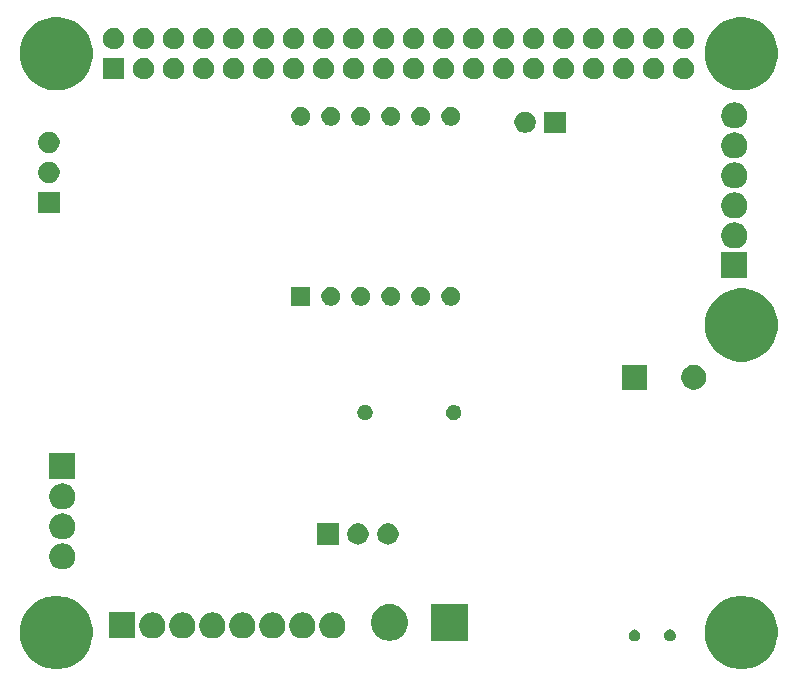
<source format=gbs>
G04 #@! TF.GenerationSoftware,KiCad,Pcbnew,(5.1.5)-3*
G04 #@! TF.CreationDate,2020-04-22T10:50:03+08:00*
G04 #@! TF.ProjectId,RDMA,52444d41-2e6b-4696-9361-645f70636258,1.0*
G04 #@! TF.SameCoordinates,Original*
G04 #@! TF.FileFunction,Soldermask,Bot*
G04 #@! TF.FilePolarity,Negative*
%FSLAX46Y46*%
G04 Gerber Fmt 4.6, Leading zero omitted, Abs format (unit mm)*
G04 Created by KiCad (PCBNEW (5.1.5)-3) date 2020-04-22 10:50:03*
%MOMM*%
%LPD*%
G04 APERTURE LIST*
%ADD10C,0.100000*%
G04 APERTURE END LIST*
D10*
G36*
X153839420Y-102458586D02*
G01*
X154138877Y-102518151D01*
X154703041Y-102751835D01*
X155210775Y-103091092D01*
X155642568Y-103522885D01*
X155981825Y-104030619D01*
X156215509Y-104594783D01*
X156215509Y-104594785D01*
X156334640Y-105193695D01*
X156334640Y-105804345D01*
X156295125Y-106003000D01*
X156215509Y-106403257D01*
X155981825Y-106967421D01*
X155642568Y-107475155D01*
X155210775Y-107906948D01*
X154703041Y-108246205D01*
X154138877Y-108479889D01*
X153839420Y-108539455D01*
X153539965Y-108599020D01*
X152929315Y-108599020D01*
X152629860Y-108539455D01*
X152330403Y-108479889D01*
X151766239Y-108246205D01*
X151258505Y-107906948D01*
X150826712Y-107475155D01*
X150487455Y-106967421D01*
X150253771Y-106403257D01*
X150174155Y-106003000D01*
X150134640Y-105804345D01*
X150134640Y-105193695D01*
X150253771Y-104594785D01*
X150253771Y-104594783D01*
X150487455Y-104030619D01*
X150826712Y-103522885D01*
X151258505Y-103091092D01*
X151766239Y-102751835D01*
X152330403Y-102518151D01*
X152629860Y-102458586D01*
X152929315Y-102399020D01*
X153539965Y-102399020D01*
X153839420Y-102458586D01*
G37*
G36*
X95839420Y-102458586D02*
G01*
X96138877Y-102518151D01*
X96703041Y-102751835D01*
X97210775Y-103091092D01*
X97642568Y-103522885D01*
X97981825Y-104030619D01*
X98215509Y-104594783D01*
X98215509Y-104594785D01*
X98334640Y-105193695D01*
X98334640Y-105804345D01*
X98295125Y-106003000D01*
X98215509Y-106403257D01*
X97981825Y-106967421D01*
X97642568Y-107475155D01*
X97210775Y-107906948D01*
X96703041Y-108246205D01*
X96138877Y-108479889D01*
X95839420Y-108539455D01*
X95539965Y-108599020D01*
X94929315Y-108599020D01*
X94629860Y-108539455D01*
X94330403Y-108479889D01*
X93766239Y-108246205D01*
X93258505Y-107906948D01*
X92826712Y-107475155D01*
X92487455Y-106967421D01*
X92253771Y-106403257D01*
X92174155Y-106003000D01*
X92134640Y-105804345D01*
X92134640Y-105193695D01*
X92253771Y-104594785D01*
X92253771Y-104594783D01*
X92487455Y-104030619D01*
X92826712Y-103522885D01*
X93258505Y-103091092D01*
X93766239Y-102751835D01*
X94330403Y-102518151D01*
X94629860Y-102458586D01*
X94929315Y-102399020D01*
X95539965Y-102399020D01*
X95839420Y-102458586D01*
G37*
G36*
X144299740Y-105248627D02*
G01*
X144348136Y-105258253D01*
X144385902Y-105273896D01*
X144439311Y-105296019D01*
X144439312Y-105296020D01*
X144521369Y-105350848D01*
X144591152Y-105420631D01*
X144593082Y-105423520D01*
X144645981Y-105502689D01*
X144668104Y-105556098D01*
X144683747Y-105593864D01*
X144692268Y-105636704D01*
X144703000Y-105690655D01*
X144703000Y-105789345D01*
X144683747Y-105886135D01*
X144645981Y-105977311D01*
X144645980Y-105977312D01*
X144591152Y-106059369D01*
X144521369Y-106129152D01*
X144480062Y-106156752D01*
X144439311Y-106183981D01*
X144385902Y-106206104D01*
X144348136Y-106221747D01*
X144299740Y-106231374D01*
X144251345Y-106241000D01*
X144152655Y-106241000D01*
X144104260Y-106231373D01*
X144055864Y-106221747D01*
X144018098Y-106206104D01*
X143964689Y-106183981D01*
X143923938Y-106156752D01*
X143882631Y-106129152D01*
X143812848Y-106059369D01*
X143758020Y-105977312D01*
X143758019Y-105977311D01*
X143720253Y-105886135D01*
X143701000Y-105789345D01*
X143701000Y-105690655D01*
X143711732Y-105636704D01*
X143720253Y-105593864D01*
X143735896Y-105556098D01*
X143758019Y-105502689D01*
X143810918Y-105423520D01*
X143812848Y-105420631D01*
X143882631Y-105350848D01*
X143964688Y-105296020D01*
X143964689Y-105296019D01*
X144018098Y-105273896D01*
X144055864Y-105258253D01*
X144104260Y-105248626D01*
X144152655Y-105239000D01*
X144251345Y-105239000D01*
X144299740Y-105248627D01*
G37*
G36*
X147299740Y-105248627D02*
G01*
X147348136Y-105258253D01*
X147385902Y-105273896D01*
X147439311Y-105296019D01*
X147439312Y-105296020D01*
X147521369Y-105350848D01*
X147591152Y-105420631D01*
X147593082Y-105423520D01*
X147645981Y-105502689D01*
X147668104Y-105556098D01*
X147683747Y-105593864D01*
X147692268Y-105636704D01*
X147703000Y-105690655D01*
X147703000Y-105789345D01*
X147683747Y-105886135D01*
X147645981Y-105977311D01*
X147645980Y-105977312D01*
X147591152Y-106059369D01*
X147521369Y-106129152D01*
X147480062Y-106156752D01*
X147439311Y-106183981D01*
X147385902Y-106206104D01*
X147348136Y-106221747D01*
X147299740Y-106231374D01*
X147251345Y-106241000D01*
X147152655Y-106241000D01*
X147104260Y-106231373D01*
X147055864Y-106221747D01*
X147018098Y-106206104D01*
X146964689Y-106183981D01*
X146923938Y-106156752D01*
X146882631Y-106129152D01*
X146812848Y-106059369D01*
X146758020Y-105977312D01*
X146758019Y-105977311D01*
X146720253Y-105886135D01*
X146701000Y-105789345D01*
X146701000Y-105690655D01*
X146711732Y-105636704D01*
X146720253Y-105593864D01*
X146735896Y-105556098D01*
X146758019Y-105502689D01*
X146810918Y-105423520D01*
X146812848Y-105420631D01*
X146882631Y-105350848D01*
X146964688Y-105296020D01*
X146964689Y-105296019D01*
X147018098Y-105273896D01*
X147055864Y-105258253D01*
X147104260Y-105248626D01*
X147152655Y-105239000D01*
X147251345Y-105239000D01*
X147299740Y-105248627D01*
G37*
G36*
X130075000Y-106199000D02*
G01*
X126973000Y-106199000D01*
X126973000Y-103097000D01*
X130075000Y-103097000D01*
X130075000Y-106199000D01*
G37*
G36*
X123746585Y-103126802D02*
G01*
X123896410Y-103156604D01*
X124178674Y-103273521D01*
X124432705Y-103443259D01*
X124648741Y-103659295D01*
X124818479Y-103913326D01*
X124935396Y-104195590D01*
X124995000Y-104495240D01*
X124995000Y-104800760D01*
X124935396Y-105100410D01*
X124818479Y-105382674D01*
X124648741Y-105636705D01*
X124432705Y-105852741D01*
X124178674Y-106022479D01*
X123896410Y-106139396D01*
X123746585Y-106169198D01*
X123596761Y-106199000D01*
X123291239Y-106199000D01*
X123141415Y-106169198D01*
X122991590Y-106139396D01*
X122709326Y-106022479D01*
X122455295Y-105852741D01*
X122239259Y-105636705D01*
X122069521Y-105382674D01*
X121952604Y-105100410D01*
X121893000Y-104800760D01*
X121893000Y-104495240D01*
X121952604Y-104195590D01*
X122069521Y-103913326D01*
X122239259Y-103659295D01*
X122455295Y-103443259D01*
X122709326Y-103273521D01*
X122991590Y-103156604D01*
X123141415Y-103126802D01*
X123291239Y-103097000D01*
X123596761Y-103097000D01*
X123746585Y-103126802D01*
G37*
G36*
X103592795Y-103822156D02*
G01*
X103699150Y-103843311D01*
X103799334Y-103884809D01*
X103899520Y-103926307D01*
X104079844Y-104046795D01*
X104233205Y-104200156D01*
X104353693Y-104380480D01*
X104353693Y-104380481D01*
X104436689Y-104580850D01*
X104479000Y-104793561D01*
X104479000Y-105010439D01*
X104436689Y-105223150D01*
X104406505Y-105296020D01*
X104353693Y-105423520D01*
X104233205Y-105603844D01*
X104079844Y-105757205D01*
X103899520Y-105877693D01*
X103699150Y-105960689D01*
X103615586Y-105977311D01*
X103486440Y-106003000D01*
X103269560Y-106003000D01*
X103140414Y-105977311D01*
X103056850Y-105960689D01*
X102856480Y-105877693D01*
X102676156Y-105757205D01*
X102522795Y-105603844D01*
X102402307Y-105423520D01*
X102349495Y-105296020D01*
X102319311Y-105223150D01*
X102277000Y-105010439D01*
X102277000Y-104793561D01*
X102319311Y-104580850D01*
X102402307Y-104380481D01*
X102402307Y-104380480D01*
X102522795Y-104200156D01*
X102676156Y-104046795D01*
X102856480Y-103926307D01*
X102956666Y-103884809D01*
X103056850Y-103843311D01*
X103163205Y-103822156D01*
X103269560Y-103801000D01*
X103486440Y-103801000D01*
X103592795Y-103822156D01*
G37*
G36*
X101939000Y-106003000D02*
G01*
X99737000Y-106003000D01*
X99737000Y-103801000D01*
X101939000Y-103801000D01*
X101939000Y-106003000D01*
G37*
G36*
X106132795Y-103822156D02*
G01*
X106239150Y-103843311D01*
X106339334Y-103884809D01*
X106439520Y-103926307D01*
X106619844Y-104046795D01*
X106773205Y-104200156D01*
X106893693Y-104380480D01*
X106893693Y-104380481D01*
X106976689Y-104580850D01*
X107019000Y-104793561D01*
X107019000Y-105010439D01*
X106976689Y-105223150D01*
X106946505Y-105296020D01*
X106893693Y-105423520D01*
X106773205Y-105603844D01*
X106619844Y-105757205D01*
X106439520Y-105877693D01*
X106239150Y-105960689D01*
X106155586Y-105977311D01*
X106026440Y-106003000D01*
X105809560Y-106003000D01*
X105680414Y-105977311D01*
X105596850Y-105960689D01*
X105396480Y-105877693D01*
X105216156Y-105757205D01*
X105062795Y-105603844D01*
X104942307Y-105423520D01*
X104889495Y-105296020D01*
X104859311Y-105223150D01*
X104817000Y-105010439D01*
X104817000Y-104793561D01*
X104859311Y-104580850D01*
X104942307Y-104380481D01*
X104942307Y-104380480D01*
X105062795Y-104200156D01*
X105216156Y-104046795D01*
X105396480Y-103926307D01*
X105496666Y-103884809D01*
X105596850Y-103843311D01*
X105703205Y-103822156D01*
X105809560Y-103801000D01*
X106026440Y-103801000D01*
X106132795Y-103822156D01*
G37*
G36*
X108672795Y-103822156D02*
G01*
X108779150Y-103843311D01*
X108879334Y-103884809D01*
X108979520Y-103926307D01*
X109159844Y-104046795D01*
X109313205Y-104200156D01*
X109433693Y-104380480D01*
X109433693Y-104380481D01*
X109516689Y-104580850D01*
X109559000Y-104793561D01*
X109559000Y-105010439D01*
X109516689Y-105223150D01*
X109486505Y-105296020D01*
X109433693Y-105423520D01*
X109313205Y-105603844D01*
X109159844Y-105757205D01*
X108979520Y-105877693D01*
X108779150Y-105960689D01*
X108695586Y-105977311D01*
X108566440Y-106003000D01*
X108349560Y-106003000D01*
X108220414Y-105977311D01*
X108136850Y-105960689D01*
X107936480Y-105877693D01*
X107756156Y-105757205D01*
X107602795Y-105603844D01*
X107482307Y-105423520D01*
X107429495Y-105296020D01*
X107399311Y-105223150D01*
X107357000Y-105010439D01*
X107357000Y-104793561D01*
X107399311Y-104580850D01*
X107482307Y-104380481D01*
X107482307Y-104380480D01*
X107602795Y-104200156D01*
X107756156Y-104046795D01*
X107936480Y-103926307D01*
X108036666Y-103884809D01*
X108136850Y-103843311D01*
X108243205Y-103822156D01*
X108349560Y-103801000D01*
X108566440Y-103801000D01*
X108672795Y-103822156D01*
G37*
G36*
X116292795Y-103822156D02*
G01*
X116399150Y-103843311D01*
X116499334Y-103884809D01*
X116599520Y-103926307D01*
X116779844Y-104046795D01*
X116933205Y-104200156D01*
X117053693Y-104380480D01*
X117053693Y-104380481D01*
X117136689Y-104580850D01*
X117179000Y-104793561D01*
X117179000Y-105010439D01*
X117136689Y-105223150D01*
X117106505Y-105296020D01*
X117053693Y-105423520D01*
X116933205Y-105603844D01*
X116779844Y-105757205D01*
X116599520Y-105877693D01*
X116399150Y-105960689D01*
X116315586Y-105977311D01*
X116186440Y-106003000D01*
X115969560Y-106003000D01*
X115840414Y-105977311D01*
X115756850Y-105960689D01*
X115556480Y-105877693D01*
X115376156Y-105757205D01*
X115222795Y-105603844D01*
X115102307Y-105423520D01*
X115049495Y-105296020D01*
X115019311Y-105223150D01*
X114977000Y-105010439D01*
X114977000Y-104793561D01*
X115019311Y-104580850D01*
X115102307Y-104380481D01*
X115102307Y-104380480D01*
X115222795Y-104200156D01*
X115376156Y-104046795D01*
X115556480Y-103926307D01*
X115656666Y-103884809D01*
X115756850Y-103843311D01*
X115863205Y-103822156D01*
X115969560Y-103801000D01*
X116186440Y-103801000D01*
X116292795Y-103822156D01*
G37*
G36*
X113752795Y-103822156D02*
G01*
X113859150Y-103843311D01*
X113959334Y-103884809D01*
X114059520Y-103926307D01*
X114239844Y-104046795D01*
X114393205Y-104200156D01*
X114513693Y-104380480D01*
X114513693Y-104380481D01*
X114596689Y-104580850D01*
X114639000Y-104793561D01*
X114639000Y-105010439D01*
X114596689Y-105223150D01*
X114566505Y-105296020D01*
X114513693Y-105423520D01*
X114393205Y-105603844D01*
X114239844Y-105757205D01*
X114059520Y-105877693D01*
X113859150Y-105960689D01*
X113775586Y-105977311D01*
X113646440Y-106003000D01*
X113429560Y-106003000D01*
X113300414Y-105977311D01*
X113216850Y-105960689D01*
X113016480Y-105877693D01*
X112836156Y-105757205D01*
X112682795Y-105603844D01*
X112562307Y-105423520D01*
X112509495Y-105296020D01*
X112479311Y-105223150D01*
X112437000Y-105010439D01*
X112437000Y-104793561D01*
X112479311Y-104580850D01*
X112562307Y-104380481D01*
X112562307Y-104380480D01*
X112682795Y-104200156D01*
X112836156Y-104046795D01*
X113016480Y-103926307D01*
X113116666Y-103884809D01*
X113216850Y-103843311D01*
X113323205Y-103822156D01*
X113429560Y-103801000D01*
X113646440Y-103801000D01*
X113752795Y-103822156D01*
G37*
G36*
X111212795Y-103822156D02*
G01*
X111319150Y-103843311D01*
X111419334Y-103884809D01*
X111519520Y-103926307D01*
X111699844Y-104046795D01*
X111853205Y-104200156D01*
X111973693Y-104380480D01*
X111973693Y-104380481D01*
X112056689Y-104580850D01*
X112099000Y-104793561D01*
X112099000Y-105010439D01*
X112056689Y-105223150D01*
X112026505Y-105296020D01*
X111973693Y-105423520D01*
X111853205Y-105603844D01*
X111699844Y-105757205D01*
X111519520Y-105877693D01*
X111319150Y-105960689D01*
X111235586Y-105977311D01*
X111106440Y-106003000D01*
X110889560Y-106003000D01*
X110760414Y-105977311D01*
X110676850Y-105960689D01*
X110476480Y-105877693D01*
X110296156Y-105757205D01*
X110142795Y-105603844D01*
X110022307Y-105423520D01*
X109969495Y-105296020D01*
X109939311Y-105223150D01*
X109897000Y-105010439D01*
X109897000Y-104793561D01*
X109939311Y-104580850D01*
X110022307Y-104380481D01*
X110022307Y-104380480D01*
X110142795Y-104200156D01*
X110296156Y-104046795D01*
X110476480Y-103926307D01*
X110576666Y-103884809D01*
X110676850Y-103843311D01*
X110783205Y-103822156D01*
X110889560Y-103801000D01*
X111106440Y-103801000D01*
X111212795Y-103822156D01*
G37*
G36*
X118832795Y-103822156D02*
G01*
X118939150Y-103843311D01*
X119039334Y-103884809D01*
X119139520Y-103926307D01*
X119319844Y-104046795D01*
X119473205Y-104200156D01*
X119593693Y-104380480D01*
X119593693Y-104380481D01*
X119676689Y-104580850D01*
X119719000Y-104793561D01*
X119719000Y-105010439D01*
X119676689Y-105223150D01*
X119646505Y-105296020D01*
X119593693Y-105423520D01*
X119473205Y-105603844D01*
X119319844Y-105757205D01*
X119139520Y-105877693D01*
X118939150Y-105960689D01*
X118855586Y-105977311D01*
X118726440Y-106003000D01*
X118509560Y-106003000D01*
X118380414Y-105977311D01*
X118296850Y-105960689D01*
X118096480Y-105877693D01*
X117916156Y-105757205D01*
X117762795Y-105603844D01*
X117642307Y-105423520D01*
X117589495Y-105296020D01*
X117559311Y-105223150D01*
X117517000Y-105010439D01*
X117517000Y-104793561D01*
X117559311Y-104580850D01*
X117642307Y-104380481D01*
X117642307Y-104380480D01*
X117762795Y-104200156D01*
X117916156Y-104046795D01*
X118096480Y-103926307D01*
X118196666Y-103884809D01*
X118296850Y-103843311D01*
X118403205Y-103822156D01*
X118509560Y-103801000D01*
X118726440Y-103801000D01*
X118832795Y-103822156D01*
G37*
G36*
X95972794Y-97980155D02*
G01*
X96079150Y-98001311D01*
X96179334Y-98042809D01*
X96279520Y-98084307D01*
X96459844Y-98204795D01*
X96613205Y-98358156D01*
X96733693Y-98538480D01*
X96816689Y-98738851D01*
X96859000Y-98951560D01*
X96859000Y-99168440D01*
X96816689Y-99381149D01*
X96733693Y-99581520D01*
X96613205Y-99761844D01*
X96459844Y-99915205D01*
X96279520Y-100035693D01*
X96179334Y-100077191D01*
X96079150Y-100118689D01*
X95972794Y-100139845D01*
X95866440Y-100161000D01*
X95649560Y-100161000D01*
X95543206Y-100139845D01*
X95436850Y-100118689D01*
X95336666Y-100077191D01*
X95236480Y-100035693D01*
X95056156Y-99915205D01*
X94902795Y-99761844D01*
X94782307Y-99581520D01*
X94699311Y-99381149D01*
X94657000Y-99168440D01*
X94657000Y-98951560D01*
X94699311Y-98738851D01*
X94782307Y-98538480D01*
X94902795Y-98358156D01*
X95056156Y-98204795D01*
X95236480Y-98084307D01*
X95336666Y-98042809D01*
X95436850Y-98001311D01*
X95543206Y-97980155D01*
X95649560Y-97959000D01*
X95866440Y-97959000D01*
X95972794Y-97980155D01*
G37*
G36*
X123430512Y-96258927D02*
G01*
X123579812Y-96288624D01*
X123743784Y-96356544D01*
X123891354Y-96455147D01*
X124016853Y-96580646D01*
X124115456Y-96728216D01*
X124183376Y-96892188D01*
X124218000Y-97066259D01*
X124218000Y-97243741D01*
X124183376Y-97417812D01*
X124115456Y-97581784D01*
X124016853Y-97729354D01*
X123891354Y-97854853D01*
X123743784Y-97953456D01*
X123579812Y-98021376D01*
X123430512Y-98051073D01*
X123405742Y-98056000D01*
X123228258Y-98056000D01*
X123203488Y-98051073D01*
X123054188Y-98021376D01*
X122890216Y-97953456D01*
X122742646Y-97854853D01*
X122617147Y-97729354D01*
X122518544Y-97581784D01*
X122450624Y-97417812D01*
X122416000Y-97243741D01*
X122416000Y-97066259D01*
X122450624Y-96892188D01*
X122518544Y-96728216D01*
X122617147Y-96580646D01*
X122742646Y-96455147D01*
X122890216Y-96356544D01*
X123054188Y-96288624D01*
X123203488Y-96258927D01*
X123228258Y-96254000D01*
X123405742Y-96254000D01*
X123430512Y-96258927D01*
G37*
G36*
X120890512Y-96258927D02*
G01*
X121039812Y-96288624D01*
X121203784Y-96356544D01*
X121351354Y-96455147D01*
X121476853Y-96580646D01*
X121575456Y-96728216D01*
X121643376Y-96892188D01*
X121678000Y-97066259D01*
X121678000Y-97243741D01*
X121643376Y-97417812D01*
X121575456Y-97581784D01*
X121476853Y-97729354D01*
X121351354Y-97854853D01*
X121203784Y-97953456D01*
X121039812Y-98021376D01*
X120890512Y-98051073D01*
X120865742Y-98056000D01*
X120688258Y-98056000D01*
X120663488Y-98051073D01*
X120514188Y-98021376D01*
X120350216Y-97953456D01*
X120202646Y-97854853D01*
X120077147Y-97729354D01*
X119978544Y-97581784D01*
X119910624Y-97417812D01*
X119876000Y-97243741D01*
X119876000Y-97066259D01*
X119910624Y-96892188D01*
X119978544Y-96728216D01*
X120077147Y-96580646D01*
X120202646Y-96455147D01*
X120350216Y-96356544D01*
X120514188Y-96288624D01*
X120663488Y-96258927D01*
X120688258Y-96254000D01*
X120865742Y-96254000D01*
X120890512Y-96258927D01*
G37*
G36*
X119138000Y-98056000D02*
G01*
X117336000Y-98056000D01*
X117336000Y-96254000D01*
X119138000Y-96254000D01*
X119138000Y-98056000D01*
G37*
G36*
X95972794Y-95440155D02*
G01*
X96079150Y-95461311D01*
X96279520Y-95544307D01*
X96459844Y-95664795D01*
X96613205Y-95818156D01*
X96733693Y-95998480D01*
X96816689Y-96198851D01*
X96859000Y-96411560D01*
X96859000Y-96628440D01*
X96816689Y-96841149D01*
X96733693Y-97041520D01*
X96613205Y-97221844D01*
X96459844Y-97375205D01*
X96279520Y-97495693D01*
X96179334Y-97537191D01*
X96079150Y-97578689D01*
X96063600Y-97581782D01*
X95866440Y-97621000D01*
X95649560Y-97621000D01*
X95452400Y-97581782D01*
X95436850Y-97578689D01*
X95336666Y-97537191D01*
X95236480Y-97495693D01*
X95056156Y-97375205D01*
X94902795Y-97221844D01*
X94782307Y-97041520D01*
X94699311Y-96841149D01*
X94657000Y-96628440D01*
X94657000Y-96411560D01*
X94699311Y-96198851D01*
X94782307Y-95998480D01*
X94902795Y-95818156D01*
X95056156Y-95664795D01*
X95236480Y-95544307D01*
X95436850Y-95461311D01*
X95543206Y-95440155D01*
X95649560Y-95419000D01*
X95866440Y-95419000D01*
X95972794Y-95440155D01*
G37*
G36*
X95972795Y-92900156D02*
G01*
X96079150Y-92921311D01*
X96279520Y-93004307D01*
X96459844Y-93124795D01*
X96613205Y-93278156D01*
X96733693Y-93458480D01*
X96816689Y-93658851D01*
X96859000Y-93871560D01*
X96859000Y-94088440D01*
X96816689Y-94301149D01*
X96733693Y-94501520D01*
X96613205Y-94681844D01*
X96459844Y-94835205D01*
X96279520Y-94955693D01*
X96179334Y-94997191D01*
X96079150Y-95038689D01*
X95972794Y-95059845D01*
X95866440Y-95081000D01*
X95649560Y-95081000D01*
X95543206Y-95059845D01*
X95436850Y-95038689D01*
X95236480Y-94955693D01*
X95056156Y-94835205D01*
X94902795Y-94681844D01*
X94782307Y-94501520D01*
X94699311Y-94301149D01*
X94657000Y-94088440D01*
X94657000Y-93871560D01*
X94699311Y-93658851D01*
X94782307Y-93458480D01*
X94902795Y-93278156D01*
X95056156Y-93124795D01*
X95236480Y-93004307D01*
X95436850Y-92921311D01*
X95543205Y-92900156D01*
X95649560Y-92879000D01*
X95866440Y-92879000D01*
X95972795Y-92900156D01*
G37*
G36*
X96859000Y-92541000D02*
G01*
X94657000Y-92541000D01*
X94657000Y-90339000D01*
X96859000Y-90339000D01*
X96859000Y-92541000D01*
G37*
G36*
X129075390Y-86242017D02*
G01*
X129193864Y-86291091D01*
X129300488Y-86362335D01*
X129391165Y-86453012D01*
X129462409Y-86559636D01*
X129511483Y-86678110D01*
X129536500Y-86803882D01*
X129536500Y-86932118D01*
X129511483Y-87057890D01*
X129462409Y-87176364D01*
X129391165Y-87282988D01*
X129300488Y-87373665D01*
X129193864Y-87444909D01*
X129193863Y-87444910D01*
X129193862Y-87444910D01*
X129075390Y-87493983D01*
X128949619Y-87519000D01*
X128821381Y-87519000D01*
X128695610Y-87493983D01*
X128577138Y-87444910D01*
X128577137Y-87444910D01*
X128577136Y-87444909D01*
X128470512Y-87373665D01*
X128379835Y-87282988D01*
X128308591Y-87176364D01*
X128259517Y-87057890D01*
X128234500Y-86932118D01*
X128234500Y-86803882D01*
X128259517Y-86678110D01*
X128308591Y-86559636D01*
X128379835Y-86453012D01*
X128470512Y-86362335D01*
X128577136Y-86291091D01*
X128695610Y-86242017D01*
X128821381Y-86217000D01*
X128949619Y-86217000D01*
X129075390Y-86242017D01*
G37*
G36*
X121575390Y-86242017D02*
G01*
X121693864Y-86291091D01*
X121800488Y-86362335D01*
X121891165Y-86453012D01*
X121962409Y-86559636D01*
X122011483Y-86678110D01*
X122036500Y-86803882D01*
X122036500Y-86932118D01*
X122011483Y-87057890D01*
X121962409Y-87176364D01*
X121891165Y-87282988D01*
X121800488Y-87373665D01*
X121693864Y-87444909D01*
X121693863Y-87444910D01*
X121693862Y-87444910D01*
X121575390Y-87493983D01*
X121449619Y-87519000D01*
X121321381Y-87519000D01*
X121195610Y-87493983D01*
X121077138Y-87444910D01*
X121077137Y-87444910D01*
X121077136Y-87444909D01*
X120970512Y-87373665D01*
X120879835Y-87282988D01*
X120808591Y-87176364D01*
X120759517Y-87057890D01*
X120734500Y-86932118D01*
X120734500Y-86803882D01*
X120759517Y-86678110D01*
X120808591Y-86559636D01*
X120879835Y-86453012D01*
X120970512Y-86362335D01*
X121077136Y-86291091D01*
X121195610Y-86242017D01*
X121321381Y-86217000D01*
X121449619Y-86217000D01*
X121575390Y-86242017D01*
G37*
G36*
X149515064Y-82872889D02*
G01*
X149706333Y-82952115D01*
X149706335Y-82952116D01*
X149878473Y-83067135D01*
X150024865Y-83213527D01*
X150139885Y-83385667D01*
X150219111Y-83576936D01*
X150259500Y-83779984D01*
X150259500Y-83987016D01*
X150219111Y-84190064D01*
X150139885Y-84381333D01*
X150139884Y-84381335D01*
X150024865Y-84553473D01*
X149878473Y-84699865D01*
X149706335Y-84814884D01*
X149706334Y-84814885D01*
X149706333Y-84814885D01*
X149515064Y-84894111D01*
X149312016Y-84934500D01*
X149104984Y-84934500D01*
X148901936Y-84894111D01*
X148710667Y-84814885D01*
X148710666Y-84814885D01*
X148710665Y-84814884D01*
X148538527Y-84699865D01*
X148392135Y-84553473D01*
X148277116Y-84381335D01*
X148277115Y-84381333D01*
X148197889Y-84190064D01*
X148157500Y-83987016D01*
X148157500Y-83779984D01*
X148197889Y-83576936D01*
X148277115Y-83385667D01*
X148392135Y-83213527D01*
X148538527Y-83067135D01*
X148710665Y-82952116D01*
X148710667Y-82952115D01*
X148901936Y-82872889D01*
X149104984Y-82832500D01*
X149312016Y-82832500D01*
X149515064Y-82872889D01*
G37*
G36*
X145259500Y-84934500D02*
G01*
X143157500Y-84934500D01*
X143157500Y-82832500D01*
X145259500Y-82832500D01*
X145259500Y-84934500D01*
G37*
G36*
X153707485Y-76403322D02*
G01*
X154138877Y-76489131D01*
X154703041Y-76722815D01*
X155210775Y-77062072D01*
X155642568Y-77493865D01*
X155981825Y-78001599D01*
X156215509Y-78565763D01*
X156334640Y-79164677D01*
X156334640Y-79775323D01*
X156215509Y-80374237D01*
X155981825Y-80938401D01*
X155642568Y-81446135D01*
X155210775Y-81877928D01*
X154703041Y-82217185D01*
X154138877Y-82450869D01*
X153839420Y-82510435D01*
X153539965Y-82570000D01*
X152929315Y-82570000D01*
X152629860Y-82510435D01*
X152330403Y-82450869D01*
X151766239Y-82217185D01*
X151258505Y-81877928D01*
X150826712Y-81446135D01*
X150487455Y-80938401D01*
X150253771Y-80374237D01*
X150134640Y-79775323D01*
X150134640Y-79164677D01*
X150253771Y-78565763D01*
X150487455Y-78001599D01*
X150826712Y-77493865D01*
X151258505Y-77062072D01*
X151766239Y-76722815D01*
X152330403Y-76489131D01*
X152761795Y-76403322D01*
X152929315Y-76370000D01*
X153539965Y-76370000D01*
X153707485Y-76403322D01*
G37*
G36*
X121264642Y-76255281D02*
G01*
X121410414Y-76315662D01*
X121410416Y-76315663D01*
X121541608Y-76403322D01*
X121653178Y-76514892D01*
X121740837Y-76646084D01*
X121740838Y-76646086D01*
X121801219Y-76791858D01*
X121832000Y-76946607D01*
X121832000Y-77104393D01*
X121801219Y-77259142D01*
X121740838Y-77404914D01*
X121740837Y-77404916D01*
X121653178Y-77536108D01*
X121541608Y-77647678D01*
X121410416Y-77735337D01*
X121410415Y-77735338D01*
X121410414Y-77735338D01*
X121264642Y-77795719D01*
X121109893Y-77826500D01*
X120952107Y-77826500D01*
X120797358Y-77795719D01*
X120651586Y-77735338D01*
X120651585Y-77735338D01*
X120651584Y-77735337D01*
X120520392Y-77647678D01*
X120408822Y-77536108D01*
X120321163Y-77404916D01*
X120321162Y-77404914D01*
X120260781Y-77259142D01*
X120230000Y-77104393D01*
X120230000Y-76946607D01*
X120260781Y-76791858D01*
X120321162Y-76646086D01*
X120321163Y-76646084D01*
X120408822Y-76514892D01*
X120520392Y-76403322D01*
X120651584Y-76315663D01*
X120651586Y-76315662D01*
X120797358Y-76255281D01*
X120952107Y-76224500D01*
X121109893Y-76224500D01*
X121264642Y-76255281D01*
G37*
G36*
X118724642Y-76255281D02*
G01*
X118870414Y-76315662D01*
X118870416Y-76315663D01*
X119001608Y-76403322D01*
X119113178Y-76514892D01*
X119200837Y-76646084D01*
X119200838Y-76646086D01*
X119261219Y-76791858D01*
X119292000Y-76946607D01*
X119292000Y-77104393D01*
X119261219Y-77259142D01*
X119200838Y-77404914D01*
X119200837Y-77404916D01*
X119113178Y-77536108D01*
X119001608Y-77647678D01*
X118870416Y-77735337D01*
X118870415Y-77735338D01*
X118870414Y-77735338D01*
X118724642Y-77795719D01*
X118569893Y-77826500D01*
X118412107Y-77826500D01*
X118257358Y-77795719D01*
X118111586Y-77735338D01*
X118111585Y-77735338D01*
X118111584Y-77735337D01*
X117980392Y-77647678D01*
X117868822Y-77536108D01*
X117781163Y-77404916D01*
X117781162Y-77404914D01*
X117720781Y-77259142D01*
X117690000Y-77104393D01*
X117690000Y-76946607D01*
X117720781Y-76791858D01*
X117781162Y-76646086D01*
X117781163Y-76646084D01*
X117868822Y-76514892D01*
X117980392Y-76403322D01*
X118111584Y-76315663D01*
X118111586Y-76315662D01*
X118257358Y-76255281D01*
X118412107Y-76224500D01*
X118569893Y-76224500D01*
X118724642Y-76255281D01*
G37*
G36*
X116752000Y-77826500D02*
G01*
X115150000Y-77826500D01*
X115150000Y-76224500D01*
X116752000Y-76224500D01*
X116752000Y-77826500D01*
G37*
G36*
X123804642Y-76255281D02*
G01*
X123950414Y-76315662D01*
X123950416Y-76315663D01*
X124081608Y-76403322D01*
X124193178Y-76514892D01*
X124280837Y-76646084D01*
X124280838Y-76646086D01*
X124341219Y-76791858D01*
X124372000Y-76946607D01*
X124372000Y-77104393D01*
X124341219Y-77259142D01*
X124280838Y-77404914D01*
X124280837Y-77404916D01*
X124193178Y-77536108D01*
X124081608Y-77647678D01*
X123950416Y-77735337D01*
X123950415Y-77735338D01*
X123950414Y-77735338D01*
X123804642Y-77795719D01*
X123649893Y-77826500D01*
X123492107Y-77826500D01*
X123337358Y-77795719D01*
X123191586Y-77735338D01*
X123191585Y-77735338D01*
X123191584Y-77735337D01*
X123060392Y-77647678D01*
X122948822Y-77536108D01*
X122861163Y-77404916D01*
X122861162Y-77404914D01*
X122800781Y-77259142D01*
X122770000Y-77104393D01*
X122770000Y-76946607D01*
X122800781Y-76791858D01*
X122861162Y-76646086D01*
X122861163Y-76646084D01*
X122948822Y-76514892D01*
X123060392Y-76403322D01*
X123191584Y-76315663D01*
X123191586Y-76315662D01*
X123337358Y-76255281D01*
X123492107Y-76224500D01*
X123649893Y-76224500D01*
X123804642Y-76255281D01*
G37*
G36*
X126344642Y-76255281D02*
G01*
X126490414Y-76315662D01*
X126490416Y-76315663D01*
X126621608Y-76403322D01*
X126733178Y-76514892D01*
X126820837Y-76646084D01*
X126820838Y-76646086D01*
X126881219Y-76791858D01*
X126912000Y-76946607D01*
X126912000Y-77104393D01*
X126881219Y-77259142D01*
X126820838Y-77404914D01*
X126820837Y-77404916D01*
X126733178Y-77536108D01*
X126621608Y-77647678D01*
X126490416Y-77735337D01*
X126490415Y-77735338D01*
X126490414Y-77735338D01*
X126344642Y-77795719D01*
X126189893Y-77826500D01*
X126032107Y-77826500D01*
X125877358Y-77795719D01*
X125731586Y-77735338D01*
X125731585Y-77735338D01*
X125731584Y-77735337D01*
X125600392Y-77647678D01*
X125488822Y-77536108D01*
X125401163Y-77404916D01*
X125401162Y-77404914D01*
X125340781Y-77259142D01*
X125310000Y-77104393D01*
X125310000Y-76946607D01*
X125340781Y-76791858D01*
X125401162Y-76646086D01*
X125401163Y-76646084D01*
X125488822Y-76514892D01*
X125600392Y-76403322D01*
X125731584Y-76315663D01*
X125731586Y-76315662D01*
X125877358Y-76255281D01*
X126032107Y-76224500D01*
X126189893Y-76224500D01*
X126344642Y-76255281D01*
G37*
G36*
X128884642Y-76255281D02*
G01*
X129030414Y-76315662D01*
X129030416Y-76315663D01*
X129161608Y-76403322D01*
X129273178Y-76514892D01*
X129360837Y-76646084D01*
X129360838Y-76646086D01*
X129421219Y-76791858D01*
X129452000Y-76946607D01*
X129452000Y-77104393D01*
X129421219Y-77259142D01*
X129360838Y-77404914D01*
X129360837Y-77404916D01*
X129273178Y-77536108D01*
X129161608Y-77647678D01*
X129030416Y-77735337D01*
X129030415Y-77735338D01*
X129030414Y-77735338D01*
X128884642Y-77795719D01*
X128729893Y-77826500D01*
X128572107Y-77826500D01*
X128417358Y-77795719D01*
X128271586Y-77735338D01*
X128271585Y-77735338D01*
X128271584Y-77735337D01*
X128140392Y-77647678D01*
X128028822Y-77536108D01*
X127941163Y-77404916D01*
X127941162Y-77404914D01*
X127880781Y-77259142D01*
X127850000Y-77104393D01*
X127850000Y-76946607D01*
X127880781Y-76791858D01*
X127941162Y-76646086D01*
X127941163Y-76646084D01*
X128028822Y-76514892D01*
X128140392Y-76403322D01*
X128271584Y-76315663D01*
X128271586Y-76315662D01*
X128417358Y-76255281D01*
X128572107Y-76224500D01*
X128729893Y-76224500D01*
X128884642Y-76255281D01*
G37*
G36*
X153755000Y-75523000D02*
G01*
X151553000Y-75523000D01*
X151553000Y-73321000D01*
X153755000Y-73321000D01*
X153755000Y-75523000D01*
G37*
G36*
X152868795Y-70802156D02*
G01*
X152975150Y-70823311D01*
X153175520Y-70906307D01*
X153355844Y-71026795D01*
X153509205Y-71180156D01*
X153629693Y-71360480D01*
X153712689Y-71560851D01*
X153755000Y-71773560D01*
X153755000Y-71990440D01*
X153712689Y-72203149D01*
X153629693Y-72403520D01*
X153509205Y-72583844D01*
X153355844Y-72737205D01*
X153175520Y-72857693D01*
X152975150Y-72940689D01*
X152868794Y-72961845D01*
X152762440Y-72983000D01*
X152545560Y-72983000D01*
X152439206Y-72961845D01*
X152332850Y-72940689D01*
X152132480Y-72857693D01*
X151952156Y-72737205D01*
X151798795Y-72583844D01*
X151678307Y-72403520D01*
X151595311Y-72203149D01*
X151553000Y-71990440D01*
X151553000Y-71773560D01*
X151595311Y-71560851D01*
X151678307Y-71360480D01*
X151798795Y-71180156D01*
X151952156Y-71026795D01*
X152132480Y-70906307D01*
X152232666Y-70864809D01*
X152332850Y-70823311D01*
X152439205Y-70802156D01*
X152545560Y-70781000D01*
X152762440Y-70781000D01*
X152868795Y-70802156D01*
G37*
G36*
X152868794Y-68262155D02*
G01*
X152975150Y-68283311D01*
X153075334Y-68324809D01*
X153175520Y-68366307D01*
X153355844Y-68486795D01*
X153509205Y-68640156D01*
X153629693Y-68820480D01*
X153712689Y-69020851D01*
X153755000Y-69233560D01*
X153755000Y-69450440D01*
X153712689Y-69663149D01*
X153629693Y-69863520D01*
X153509205Y-70043844D01*
X153355844Y-70197205D01*
X153175520Y-70317693D01*
X152975150Y-70400689D01*
X152868795Y-70421844D01*
X152762440Y-70443000D01*
X152545560Y-70443000D01*
X152439205Y-70421844D01*
X152332850Y-70400689D01*
X152132480Y-70317693D01*
X151952156Y-70197205D01*
X151798795Y-70043844D01*
X151678307Y-69863520D01*
X151595311Y-69663149D01*
X151553000Y-69450440D01*
X151553000Y-69233560D01*
X151595311Y-69020851D01*
X151678307Y-68820480D01*
X151798795Y-68640156D01*
X151952156Y-68486795D01*
X152132480Y-68366307D01*
X152232666Y-68324809D01*
X152332850Y-68283311D01*
X152439206Y-68262155D01*
X152545560Y-68241000D01*
X152762440Y-68241000D01*
X152868794Y-68262155D01*
G37*
G36*
X95516000Y-69989000D02*
G01*
X93714000Y-69989000D01*
X93714000Y-68187000D01*
X95516000Y-68187000D01*
X95516000Y-69989000D01*
G37*
G36*
X152868795Y-65722156D02*
G01*
X152975150Y-65743311D01*
X153075334Y-65784809D01*
X153175520Y-65826307D01*
X153355844Y-65946795D01*
X153509205Y-66100156D01*
X153629693Y-66280480D01*
X153671191Y-66380666D01*
X153712689Y-66480850D01*
X153755000Y-66693561D01*
X153755000Y-66910439D01*
X153712848Y-67122353D01*
X153712689Y-67123149D01*
X153629693Y-67323520D01*
X153509205Y-67503844D01*
X153355844Y-67657205D01*
X153175520Y-67777693D01*
X153075334Y-67819191D01*
X152975150Y-67860689D01*
X152868795Y-67881844D01*
X152762440Y-67903000D01*
X152545560Y-67903000D01*
X152439205Y-67881844D01*
X152332850Y-67860689D01*
X152232666Y-67819191D01*
X152132480Y-67777693D01*
X151952156Y-67657205D01*
X151798795Y-67503844D01*
X151678307Y-67323520D01*
X151595311Y-67123149D01*
X151595153Y-67122353D01*
X151553000Y-66910439D01*
X151553000Y-66693561D01*
X151595311Y-66480850D01*
X151678307Y-66280480D01*
X151798795Y-66100156D01*
X151952156Y-65946795D01*
X152132480Y-65826307D01*
X152232666Y-65784809D01*
X152332850Y-65743311D01*
X152439205Y-65722156D01*
X152545560Y-65701000D01*
X152762440Y-65701000D01*
X152868795Y-65722156D01*
G37*
G36*
X94728512Y-65651927D02*
G01*
X94877812Y-65681624D01*
X95041784Y-65749544D01*
X95189354Y-65848147D01*
X95314853Y-65973646D01*
X95413456Y-66121216D01*
X95481376Y-66285188D01*
X95516000Y-66459259D01*
X95516000Y-66636741D01*
X95481376Y-66810812D01*
X95413456Y-66974784D01*
X95314853Y-67122354D01*
X95189354Y-67247853D01*
X95041784Y-67346456D01*
X94877812Y-67414376D01*
X94728512Y-67444073D01*
X94703742Y-67449000D01*
X94526258Y-67449000D01*
X94501488Y-67444073D01*
X94352188Y-67414376D01*
X94188216Y-67346456D01*
X94040646Y-67247853D01*
X93915147Y-67122354D01*
X93816544Y-66974784D01*
X93748624Y-66810812D01*
X93714000Y-66636741D01*
X93714000Y-66459259D01*
X93748624Y-66285188D01*
X93816544Y-66121216D01*
X93915147Y-65973646D01*
X94040646Y-65848147D01*
X94188216Y-65749544D01*
X94352188Y-65681624D01*
X94501488Y-65651927D01*
X94526258Y-65647000D01*
X94703742Y-65647000D01*
X94728512Y-65651927D01*
G37*
G36*
X152868795Y-63182156D02*
G01*
X152975150Y-63203311D01*
X153175520Y-63286307D01*
X153355844Y-63406795D01*
X153509205Y-63560156D01*
X153629693Y-63740480D01*
X153712689Y-63940850D01*
X153755000Y-64153561D01*
X153755000Y-64370439D01*
X153712848Y-64582353D01*
X153712689Y-64583149D01*
X153629693Y-64783520D01*
X153509205Y-64963844D01*
X153355844Y-65117205D01*
X153175520Y-65237693D01*
X153075334Y-65279191D01*
X152975150Y-65320689D01*
X152868794Y-65341845D01*
X152762440Y-65363000D01*
X152545560Y-65363000D01*
X152439206Y-65341845D01*
X152332850Y-65320689D01*
X152132480Y-65237693D01*
X151952156Y-65117205D01*
X151798795Y-64963844D01*
X151678307Y-64783520D01*
X151595311Y-64583149D01*
X151595153Y-64582353D01*
X151553000Y-64370439D01*
X151553000Y-64153561D01*
X151595311Y-63940850D01*
X151678307Y-63740480D01*
X151798795Y-63560156D01*
X151952156Y-63406795D01*
X152132480Y-63286307D01*
X152332850Y-63203311D01*
X152439205Y-63182156D01*
X152545560Y-63161000D01*
X152762440Y-63161000D01*
X152868795Y-63182156D01*
G37*
G36*
X94728512Y-63111927D02*
G01*
X94877812Y-63141624D01*
X95041784Y-63209544D01*
X95189354Y-63308147D01*
X95314853Y-63433646D01*
X95413456Y-63581216D01*
X95481376Y-63745188D01*
X95516000Y-63919259D01*
X95516000Y-64096741D01*
X95481376Y-64270812D01*
X95413456Y-64434784D01*
X95314853Y-64582354D01*
X95189354Y-64707853D01*
X95041784Y-64806456D01*
X94877812Y-64874376D01*
X94728512Y-64904073D01*
X94703742Y-64909000D01*
X94526258Y-64909000D01*
X94501488Y-64904073D01*
X94352188Y-64874376D01*
X94188216Y-64806456D01*
X94040646Y-64707853D01*
X93915147Y-64582354D01*
X93816544Y-64434784D01*
X93748624Y-64270812D01*
X93714000Y-64096741D01*
X93714000Y-63919259D01*
X93748624Y-63745188D01*
X93816544Y-63581216D01*
X93915147Y-63433646D01*
X94040646Y-63308147D01*
X94188216Y-63209544D01*
X94352188Y-63141624D01*
X94501488Y-63111927D01*
X94526258Y-63107000D01*
X94703742Y-63107000D01*
X94728512Y-63111927D01*
G37*
G36*
X138378500Y-63194500D02*
G01*
X136576500Y-63194500D01*
X136576500Y-61392500D01*
X138378500Y-61392500D01*
X138378500Y-63194500D01*
G37*
G36*
X135051012Y-61397427D02*
G01*
X135200312Y-61427124D01*
X135364284Y-61495044D01*
X135511854Y-61593647D01*
X135637353Y-61719146D01*
X135735956Y-61866716D01*
X135803876Y-62030688D01*
X135838500Y-62204759D01*
X135838500Y-62382241D01*
X135803876Y-62556312D01*
X135735956Y-62720284D01*
X135637353Y-62867854D01*
X135511854Y-62993353D01*
X135364284Y-63091956D01*
X135200312Y-63159876D01*
X135051012Y-63189573D01*
X135026242Y-63194500D01*
X134848758Y-63194500D01*
X134823988Y-63189573D01*
X134674688Y-63159876D01*
X134510716Y-63091956D01*
X134363146Y-62993353D01*
X134237647Y-62867854D01*
X134139044Y-62720284D01*
X134071124Y-62556312D01*
X134036500Y-62382241D01*
X134036500Y-62204759D01*
X134071124Y-62030688D01*
X134139044Y-61866716D01*
X134237647Y-61719146D01*
X134363146Y-61593647D01*
X134510716Y-61495044D01*
X134674688Y-61427124D01*
X134823988Y-61397427D01*
X134848758Y-61392500D01*
X135026242Y-61392500D01*
X135051012Y-61397427D01*
G37*
G36*
X152868795Y-60642156D02*
G01*
X152975150Y-60663311D01*
X153075334Y-60704809D01*
X153175520Y-60746307D01*
X153355844Y-60866795D01*
X153509205Y-61020156D01*
X153629693Y-61200480D01*
X153629693Y-61200481D01*
X153712689Y-61400850D01*
X153717915Y-61427124D01*
X153742727Y-61551858D01*
X153755000Y-61613561D01*
X153755000Y-61830439D01*
X153715168Y-62030689D01*
X153712689Y-62043149D01*
X153629693Y-62243520D01*
X153509205Y-62423844D01*
X153355844Y-62577205D01*
X153175520Y-62697693D01*
X153120985Y-62720282D01*
X152975150Y-62780689D01*
X152868794Y-62801845D01*
X152762440Y-62823000D01*
X152545560Y-62823000D01*
X152439206Y-62801845D01*
X152332850Y-62780689D01*
X152187015Y-62720282D01*
X152132480Y-62697693D01*
X151952156Y-62577205D01*
X151798795Y-62423844D01*
X151678307Y-62243520D01*
X151595311Y-62043149D01*
X151592833Y-62030689D01*
X151553000Y-61830439D01*
X151553000Y-61613561D01*
X151565274Y-61551858D01*
X151590085Y-61427124D01*
X151595311Y-61400850D01*
X151678307Y-61200481D01*
X151678307Y-61200480D01*
X151798795Y-61020156D01*
X151952156Y-60866795D01*
X152132480Y-60746307D01*
X152232666Y-60704809D01*
X152332850Y-60663311D01*
X152439205Y-60642156D01*
X152545560Y-60621000D01*
X152762440Y-60621000D01*
X152868795Y-60642156D01*
G37*
G36*
X116184642Y-61015281D02*
G01*
X116330414Y-61075662D01*
X116330416Y-61075663D01*
X116461608Y-61163322D01*
X116573178Y-61274892D01*
X116657340Y-61400851D01*
X116660838Y-61406086D01*
X116721219Y-61551858D01*
X116752000Y-61706607D01*
X116752000Y-61864393D01*
X116721219Y-62019142D01*
X116660838Y-62164914D01*
X116660837Y-62164916D01*
X116573178Y-62296108D01*
X116461608Y-62407678D01*
X116330416Y-62495337D01*
X116330415Y-62495338D01*
X116330414Y-62495338D01*
X116184642Y-62555719D01*
X116029893Y-62586500D01*
X115872107Y-62586500D01*
X115717358Y-62555719D01*
X115571586Y-62495338D01*
X115571585Y-62495338D01*
X115571584Y-62495337D01*
X115440392Y-62407678D01*
X115328822Y-62296108D01*
X115241163Y-62164916D01*
X115241162Y-62164914D01*
X115180781Y-62019142D01*
X115150000Y-61864393D01*
X115150000Y-61706607D01*
X115180781Y-61551858D01*
X115241162Y-61406086D01*
X115244660Y-61400851D01*
X115328822Y-61274892D01*
X115440392Y-61163322D01*
X115571584Y-61075663D01*
X115571586Y-61075662D01*
X115717358Y-61015281D01*
X115872107Y-60984500D01*
X116029893Y-60984500D01*
X116184642Y-61015281D01*
G37*
G36*
X118724642Y-61015281D02*
G01*
X118870414Y-61075662D01*
X118870416Y-61075663D01*
X119001608Y-61163322D01*
X119113178Y-61274892D01*
X119197340Y-61400851D01*
X119200838Y-61406086D01*
X119261219Y-61551858D01*
X119292000Y-61706607D01*
X119292000Y-61864393D01*
X119261219Y-62019142D01*
X119200838Y-62164914D01*
X119200837Y-62164916D01*
X119113178Y-62296108D01*
X119001608Y-62407678D01*
X118870416Y-62495337D01*
X118870415Y-62495338D01*
X118870414Y-62495338D01*
X118724642Y-62555719D01*
X118569893Y-62586500D01*
X118412107Y-62586500D01*
X118257358Y-62555719D01*
X118111586Y-62495338D01*
X118111585Y-62495338D01*
X118111584Y-62495337D01*
X117980392Y-62407678D01*
X117868822Y-62296108D01*
X117781163Y-62164916D01*
X117781162Y-62164914D01*
X117720781Y-62019142D01*
X117690000Y-61864393D01*
X117690000Y-61706607D01*
X117720781Y-61551858D01*
X117781162Y-61406086D01*
X117784660Y-61400851D01*
X117868822Y-61274892D01*
X117980392Y-61163322D01*
X118111584Y-61075663D01*
X118111586Y-61075662D01*
X118257358Y-61015281D01*
X118412107Y-60984500D01*
X118569893Y-60984500D01*
X118724642Y-61015281D01*
G37*
G36*
X123804642Y-61015281D02*
G01*
X123950414Y-61075662D01*
X123950416Y-61075663D01*
X124081608Y-61163322D01*
X124193178Y-61274892D01*
X124277340Y-61400851D01*
X124280838Y-61406086D01*
X124341219Y-61551858D01*
X124372000Y-61706607D01*
X124372000Y-61864393D01*
X124341219Y-62019142D01*
X124280838Y-62164914D01*
X124280837Y-62164916D01*
X124193178Y-62296108D01*
X124081608Y-62407678D01*
X123950416Y-62495337D01*
X123950415Y-62495338D01*
X123950414Y-62495338D01*
X123804642Y-62555719D01*
X123649893Y-62586500D01*
X123492107Y-62586500D01*
X123337358Y-62555719D01*
X123191586Y-62495338D01*
X123191585Y-62495338D01*
X123191584Y-62495337D01*
X123060392Y-62407678D01*
X122948822Y-62296108D01*
X122861163Y-62164916D01*
X122861162Y-62164914D01*
X122800781Y-62019142D01*
X122770000Y-61864393D01*
X122770000Y-61706607D01*
X122800781Y-61551858D01*
X122861162Y-61406086D01*
X122864660Y-61400851D01*
X122948822Y-61274892D01*
X123060392Y-61163322D01*
X123191584Y-61075663D01*
X123191586Y-61075662D01*
X123337358Y-61015281D01*
X123492107Y-60984500D01*
X123649893Y-60984500D01*
X123804642Y-61015281D01*
G37*
G36*
X126344642Y-61015281D02*
G01*
X126490414Y-61075662D01*
X126490416Y-61075663D01*
X126621608Y-61163322D01*
X126733178Y-61274892D01*
X126817340Y-61400851D01*
X126820838Y-61406086D01*
X126881219Y-61551858D01*
X126912000Y-61706607D01*
X126912000Y-61864393D01*
X126881219Y-62019142D01*
X126820838Y-62164914D01*
X126820837Y-62164916D01*
X126733178Y-62296108D01*
X126621608Y-62407678D01*
X126490416Y-62495337D01*
X126490415Y-62495338D01*
X126490414Y-62495338D01*
X126344642Y-62555719D01*
X126189893Y-62586500D01*
X126032107Y-62586500D01*
X125877358Y-62555719D01*
X125731586Y-62495338D01*
X125731585Y-62495338D01*
X125731584Y-62495337D01*
X125600392Y-62407678D01*
X125488822Y-62296108D01*
X125401163Y-62164916D01*
X125401162Y-62164914D01*
X125340781Y-62019142D01*
X125310000Y-61864393D01*
X125310000Y-61706607D01*
X125340781Y-61551858D01*
X125401162Y-61406086D01*
X125404660Y-61400851D01*
X125488822Y-61274892D01*
X125600392Y-61163322D01*
X125731584Y-61075663D01*
X125731586Y-61075662D01*
X125877358Y-61015281D01*
X126032107Y-60984500D01*
X126189893Y-60984500D01*
X126344642Y-61015281D01*
G37*
G36*
X128884642Y-61015281D02*
G01*
X129030414Y-61075662D01*
X129030416Y-61075663D01*
X129161608Y-61163322D01*
X129273178Y-61274892D01*
X129357340Y-61400851D01*
X129360838Y-61406086D01*
X129421219Y-61551858D01*
X129452000Y-61706607D01*
X129452000Y-61864393D01*
X129421219Y-62019142D01*
X129360838Y-62164914D01*
X129360837Y-62164916D01*
X129273178Y-62296108D01*
X129161608Y-62407678D01*
X129030416Y-62495337D01*
X129030415Y-62495338D01*
X129030414Y-62495338D01*
X128884642Y-62555719D01*
X128729893Y-62586500D01*
X128572107Y-62586500D01*
X128417358Y-62555719D01*
X128271586Y-62495338D01*
X128271585Y-62495338D01*
X128271584Y-62495337D01*
X128140392Y-62407678D01*
X128028822Y-62296108D01*
X127941163Y-62164916D01*
X127941162Y-62164914D01*
X127880781Y-62019142D01*
X127850000Y-61864393D01*
X127850000Y-61706607D01*
X127880781Y-61551858D01*
X127941162Y-61406086D01*
X127944660Y-61400851D01*
X128028822Y-61274892D01*
X128140392Y-61163322D01*
X128271584Y-61075663D01*
X128271586Y-61075662D01*
X128417358Y-61015281D01*
X128572107Y-60984500D01*
X128729893Y-60984500D01*
X128884642Y-61015281D01*
G37*
G36*
X121264642Y-61015281D02*
G01*
X121410414Y-61075662D01*
X121410416Y-61075663D01*
X121541608Y-61163322D01*
X121653178Y-61274892D01*
X121737340Y-61400851D01*
X121740838Y-61406086D01*
X121801219Y-61551858D01*
X121832000Y-61706607D01*
X121832000Y-61864393D01*
X121801219Y-62019142D01*
X121740838Y-62164914D01*
X121740837Y-62164916D01*
X121653178Y-62296108D01*
X121541608Y-62407678D01*
X121410416Y-62495337D01*
X121410415Y-62495338D01*
X121410414Y-62495338D01*
X121264642Y-62555719D01*
X121109893Y-62586500D01*
X120952107Y-62586500D01*
X120797358Y-62555719D01*
X120651586Y-62495338D01*
X120651585Y-62495338D01*
X120651584Y-62495337D01*
X120520392Y-62407678D01*
X120408822Y-62296108D01*
X120321163Y-62164916D01*
X120321162Y-62164914D01*
X120260781Y-62019142D01*
X120230000Y-61864393D01*
X120230000Y-61706607D01*
X120260781Y-61551858D01*
X120321162Y-61406086D01*
X120324660Y-61400851D01*
X120408822Y-61274892D01*
X120520392Y-61163322D01*
X120651584Y-61075663D01*
X120651586Y-61075662D01*
X120797358Y-61015281D01*
X120952107Y-60984500D01*
X121109893Y-60984500D01*
X121264642Y-61015281D01*
G37*
G36*
X95839420Y-53458586D02*
G01*
X96138877Y-53518151D01*
X96703041Y-53751835D01*
X97210775Y-54091092D01*
X97642568Y-54522885D01*
X97981825Y-55030619D01*
X98215509Y-55594783D01*
X98334640Y-56193697D01*
X98334640Y-56804343D01*
X98215509Y-57403257D01*
X97981825Y-57967421D01*
X97642568Y-58475155D01*
X97210775Y-58906948D01*
X96703041Y-59246205D01*
X96138877Y-59479889D01*
X95839420Y-59539455D01*
X95539965Y-59599020D01*
X94929315Y-59599020D01*
X94629860Y-59539455D01*
X94330403Y-59479889D01*
X93766239Y-59246205D01*
X93258505Y-58906948D01*
X92826712Y-58475155D01*
X92487455Y-57967421D01*
X92253771Y-57403257D01*
X92134640Y-56804343D01*
X92134640Y-56193697D01*
X92253771Y-55594783D01*
X92487455Y-55030619D01*
X92826712Y-54522885D01*
X93258505Y-54091092D01*
X93766239Y-53751835D01*
X94330403Y-53518151D01*
X94629860Y-53458586D01*
X94929315Y-53399020D01*
X95539965Y-53399020D01*
X95839420Y-53458586D01*
G37*
G36*
X153839420Y-53458586D02*
G01*
X154138877Y-53518151D01*
X154703041Y-53751835D01*
X155210775Y-54091092D01*
X155642568Y-54522885D01*
X155981825Y-55030619D01*
X156215509Y-55594783D01*
X156334640Y-56193697D01*
X156334640Y-56804343D01*
X156215509Y-57403257D01*
X155981825Y-57967421D01*
X155642568Y-58475155D01*
X155210775Y-58906948D01*
X154703041Y-59246205D01*
X154138877Y-59479889D01*
X153839420Y-59539455D01*
X153539965Y-59599020D01*
X152929315Y-59599020D01*
X152629860Y-59539455D01*
X152330403Y-59479889D01*
X151766239Y-59246205D01*
X151258505Y-58906948D01*
X150826712Y-58475155D01*
X150487455Y-57967421D01*
X150253771Y-57403257D01*
X150134640Y-56804343D01*
X150134640Y-56193697D01*
X150253771Y-55594783D01*
X150487455Y-55030619D01*
X150826712Y-54522885D01*
X151258505Y-54091092D01*
X151766239Y-53751835D01*
X152330403Y-53518151D01*
X152629860Y-53458586D01*
X152929315Y-53399020D01*
X153539965Y-53399020D01*
X153839420Y-53458586D01*
G37*
G36*
X107837452Y-56871147D02*
G01*
X107986752Y-56900844D01*
X108150724Y-56968764D01*
X108298294Y-57067367D01*
X108423793Y-57192866D01*
X108522396Y-57340436D01*
X108590316Y-57504408D01*
X108624940Y-57678479D01*
X108624940Y-57855961D01*
X108590316Y-58030032D01*
X108522396Y-58194004D01*
X108423793Y-58341574D01*
X108298294Y-58467073D01*
X108150724Y-58565676D01*
X107986752Y-58633596D01*
X107837452Y-58663293D01*
X107812682Y-58668220D01*
X107635198Y-58668220D01*
X107610428Y-58663293D01*
X107461128Y-58633596D01*
X107297156Y-58565676D01*
X107149586Y-58467073D01*
X107024087Y-58341574D01*
X106925484Y-58194004D01*
X106857564Y-58030032D01*
X106822940Y-57855961D01*
X106822940Y-57678479D01*
X106857564Y-57504408D01*
X106925484Y-57340436D01*
X107024087Y-57192866D01*
X107149586Y-57067367D01*
X107297156Y-56968764D01*
X107461128Y-56900844D01*
X107610428Y-56871147D01*
X107635198Y-56866220D01*
X107812682Y-56866220D01*
X107837452Y-56871147D01*
G37*
G36*
X101004940Y-58668220D02*
G01*
X99202940Y-58668220D01*
X99202940Y-56866220D01*
X101004940Y-56866220D01*
X101004940Y-58668220D01*
G37*
G36*
X105297452Y-56871147D02*
G01*
X105446752Y-56900844D01*
X105610724Y-56968764D01*
X105758294Y-57067367D01*
X105883793Y-57192866D01*
X105982396Y-57340436D01*
X106050316Y-57504408D01*
X106084940Y-57678479D01*
X106084940Y-57855961D01*
X106050316Y-58030032D01*
X105982396Y-58194004D01*
X105883793Y-58341574D01*
X105758294Y-58467073D01*
X105610724Y-58565676D01*
X105446752Y-58633596D01*
X105297452Y-58663293D01*
X105272682Y-58668220D01*
X105095198Y-58668220D01*
X105070428Y-58663293D01*
X104921128Y-58633596D01*
X104757156Y-58565676D01*
X104609586Y-58467073D01*
X104484087Y-58341574D01*
X104385484Y-58194004D01*
X104317564Y-58030032D01*
X104282940Y-57855961D01*
X104282940Y-57678479D01*
X104317564Y-57504408D01*
X104385484Y-57340436D01*
X104484087Y-57192866D01*
X104609586Y-57067367D01*
X104757156Y-56968764D01*
X104921128Y-56900844D01*
X105070428Y-56871147D01*
X105095198Y-56866220D01*
X105272682Y-56866220D01*
X105297452Y-56871147D01*
G37*
G36*
X120537452Y-56871147D02*
G01*
X120686752Y-56900844D01*
X120850724Y-56968764D01*
X120998294Y-57067367D01*
X121123793Y-57192866D01*
X121222396Y-57340436D01*
X121290316Y-57504408D01*
X121324940Y-57678479D01*
X121324940Y-57855961D01*
X121290316Y-58030032D01*
X121222396Y-58194004D01*
X121123793Y-58341574D01*
X120998294Y-58467073D01*
X120850724Y-58565676D01*
X120686752Y-58633596D01*
X120537452Y-58663293D01*
X120512682Y-58668220D01*
X120335198Y-58668220D01*
X120310428Y-58663293D01*
X120161128Y-58633596D01*
X119997156Y-58565676D01*
X119849586Y-58467073D01*
X119724087Y-58341574D01*
X119625484Y-58194004D01*
X119557564Y-58030032D01*
X119522940Y-57855961D01*
X119522940Y-57678479D01*
X119557564Y-57504408D01*
X119625484Y-57340436D01*
X119724087Y-57192866D01*
X119849586Y-57067367D01*
X119997156Y-56968764D01*
X120161128Y-56900844D01*
X120310428Y-56871147D01*
X120335198Y-56866220D01*
X120512682Y-56866220D01*
X120537452Y-56871147D01*
G37*
G36*
X115457452Y-56871147D02*
G01*
X115606752Y-56900844D01*
X115770724Y-56968764D01*
X115918294Y-57067367D01*
X116043793Y-57192866D01*
X116142396Y-57340436D01*
X116210316Y-57504408D01*
X116244940Y-57678479D01*
X116244940Y-57855961D01*
X116210316Y-58030032D01*
X116142396Y-58194004D01*
X116043793Y-58341574D01*
X115918294Y-58467073D01*
X115770724Y-58565676D01*
X115606752Y-58633596D01*
X115457452Y-58663293D01*
X115432682Y-58668220D01*
X115255198Y-58668220D01*
X115230428Y-58663293D01*
X115081128Y-58633596D01*
X114917156Y-58565676D01*
X114769586Y-58467073D01*
X114644087Y-58341574D01*
X114545484Y-58194004D01*
X114477564Y-58030032D01*
X114442940Y-57855961D01*
X114442940Y-57678479D01*
X114477564Y-57504408D01*
X114545484Y-57340436D01*
X114644087Y-57192866D01*
X114769586Y-57067367D01*
X114917156Y-56968764D01*
X115081128Y-56900844D01*
X115230428Y-56871147D01*
X115255198Y-56866220D01*
X115432682Y-56866220D01*
X115457452Y-56871147D01*
G37*
G36*
X110377452Y-56871147D02*
G01*
X110526752Y-56900844D01*
X110690724Y-56968764D01*
X110838294Y-57067367D01*
X110963793Y-57192866D01*
X111062396Y-57340436D01*
X111130316Y-57504408D01*
X111164940Y-57678479D01*
X111164940Y-57855961D01*
X111130316Y-58030032D01*
X111062396Y-58194004D01*
X110963793Y-58341574D01*
X110838294Y-58467073D01*
X110690724Y-58565676D01*
X110526752Y-58633596D01*
X110377452Y-58663293D01*
X110352682Y-58668220D01*
X110175198Y-58668220D01*
X110150428Y-58663293D01*
X110001128Y-58633596D01*
X109837156Y-58565676D01*
X109689586Y-58467073D01*
X109564087Y-58341574D01*
X109465484Y-58194004D01*
X109397564Y-58030032D01*
X109362940Y-57855961D01*
X109362940Y-57678479D01*
X109397564Y-57504408D01*
X109465484Y-57340436D01*
X109564087Y-57192866D01*
X109689586Y-57067367D01*
X109837156Y-56968764D01*
X110001128Y-56900844D01*
X110150428Y-56871147D01*
X110175198Y-56866220D01*
X110352682Y-56866220D01*
X110377452Y-56871147D01*
G37*
G36*
X112917452Y-56871147D02*
G01*
X113066752Y-56900844D01*
X113230724Y-56968764D01*
X113378294Y-57067367D01*
X113503793Y-57192866D01*
X113602396Y-57340436D01*
X113670316Y-57504408D01*
X113704940Y-57678479D01*
X113704940Y-57855961D01*
X113670316Y-58030032D01*
X113602396Y-58194004D01*
X113503793Y-58341574D01*
X113378294Y-58467073D01*
X113230724Y-58565676D01*
X113066752Y-58633596D01*
X112917452Y-58663293D01*
X112892682Y-58668220D01*
X112715198Y-58668220D01*
X112690428Y-58663293D01*
X112541128Y-58633596D01*
X112377156Y-58565676D01*
X112229586Y-58467073D01*
X112104087Y-58341574D01*
X112005484Y-58194004D01*
X111937564Y-58030032D01*
X111902940Y-57855961D01*
X111902940Y-57678479D01*
X111937564Y-57504408D01*
X112005484Y-57340436D01*
X112104087Y-57192866D01*
X112229586Y-57067367D01*
X112377156Y-56968764D01*
X112541128Y-56900844D01*
X112690428Y-56871147D01*
X112715198Y-56866220D01*
X112892682Y-56866220D01*
X112917452Y-56871147D01*
G37*
G36*
X117997452Y-56871147D02*
G01*
X118146752Y-56900844D01*
X118310724Y-56968764D01*
X118458294Y-57067367D01*
X118583793Y-57192866D01*
X118682396Y-57340436D01*
X118750316Y-57504408D01*
X118784940Y-57678479D01*
X118784940Y-57855961D01*
X118750316Y-58030032D01*
X118682396Y-58194004D01*
X118583793Y-58341574D01*
X118458294Y-58467073D01*
X118310724Y-58565676D01*
X118146752Y-58633596D01*
X117997452Y-58663293D01*
X117972682Y-58668220D01*
X117795198Y-58668220D01*
X117770428Y-58663293D01*
X117621128Y-58633596D01*
X117457156Y-58565676D01*
X117309586Y-58467073D01*
X117184087Y-58341574D01*
X117085484Y-58194004D01*
X117017564Y-58030032D01*
X116982940Y-57855961D01*
X116982940Y-57678479D01*
X117017564Y-57504408D01*
X117085484Y-57340436D01*
X117184087Y-57192866D01*
X117309586Y-57067367D01*
X117457156Y-56968764D01*
X117621128Y-56900844D01*
X117770428Y-56871147D01*
X117795198Y-56866220D01*
X117972682Y-56866220D01*
X117997452Y-56871147D01*
G37*
G36*
X102757452Y-56871147D02*
G01*
X102906752Y-56900844D01*
X103070724Y-56968764D01*
X103218294Y-57067367D01*
X103343793Y-57192866D01*
X103442396Y-57340436D01*
X103510316Y-57504408D01*
X103544940Y-57678479D01*
X103544940Y-57855961D01*
X103510316Y-58030032D01*
X103442396Y-58194004D01*
X103343793Y-58341574D01*
X103218294Y-58467073D01*
X103070724Y-58565676D01*
X102906752Y-58633596D01*
X102757452Y-58663293D01*
X102732682Y-58668220D01*
X102555198Y-58668220D01*
X102530428Y-58663293D01*
X102381128Y-58633596D01*
X102217156Y-58565676D01*
X102069586Y-58467073D01*
X101944087Y-58341574D01*
X101845484Y-58194004D01*
X101777564Y-58030032D01*
X101742940Y-57855961D01*
X101742940Y-57678479D01*
X101777564Y-57504408D01*
X101845484Y-57340436D01*
X101944087Y-57192866D01*
X102069586Y-57067367D01*
X102217156Y-56968764D01*
X102381128Y-56900844D01*
X102530428Y-56871147D01*
X102555198Y-56866220D01*
X102732682Y-56866220D01*
X102757452Y-56871147D01*
G37*
G36*
X145937452Y-56871147D02*
G01*
X146086752Y-56900844D01*
X146250724Y-56968764D01*
X146398294Y-57067367D01*
X146523793Y-57192866D01*
X146622396Y-57340436D01*
X146690316Y-57504408D01*
X146724940Y-57678479D01*
X146724940Y-57855961D01*
X146690316Y-58030032D01*
X146622396Y-58194004D01*
X146523793Y-58341574D01*
X146398294Y-58467073D01*
X146250724Y-58565676D01*
X146086752Y-58633596D01*
X145937452Y-58663293D01*
X145912682Y-58668220D01*
X145735198Y-58668220D01*
X145710428Y-58663293D01*
X145561128Y-58633596D01*
X145397156Y-58565676D01*
X145249586Y-58467073D01*
X145124087Y-58341574D01*
X145025484Y-58194004D01*
X144957564Y-58030032D01*
X144922940Y-57855961D01*
X144922940Y-57678479D01*
X144957564Y-57504408D01*
X145025484Y-57340436D01*
X145124087Y-57192866D01*
X145249586Y-57067367D01*
X145397156Y-56968764D01*
X145561128Y-56900844D01*
X145710428Y-56871147D01*
X145735198Y-56866220D01*
X145912682Y-56866220D01*
X145937452Y-56871147D01*
G37*
G36*
X140857452Y-56871147D02*
G01*
X141006752Y-56900844D01*
X141170724Y-56968764D01*
X141318294Y-57067367D01*
X141443793Y-57192866D01*
X141542396Y-57340436D01*
X141610316Y-57504408D01*
X141644940Y-57678479D01*
X141644940Y-57855961D01*
X141610316Y-58030032D01*
X141542396Y-58194004D01*
X141443793Y-58341574D01*
X141318294Y-58467073D01*
X141170724Y-58565676D01*
X141006752Y-58633596D01*
X140857452Y-58663293D01*
X140832682Y-58668220D01*
X140655198Y-58668220D01*
X140630428Y-58663293D01*
X140481128Y-58633596D01*
X140317156Y-58565676D01*
X140169586Y-58467073D01*
X140044087Y-58341574D01*
X139945484Y-58194004D01*
X139877564Y-58030032D01*
X139842940Y-57855961D01*
X139842940Y-57678479D01*
X139877564Y-57504408D01*
X139945484Y-57340436D01*
X140044087Y-57192866D01*
X140169586Y-57067367D01*
X140317156Y-56968764D01*
X140481128Y-56900844D01*
X140630428Y-56871147D01*
X140655198Y-56866220D01*
X140832682Y-56866220D01*
X140857452Y-56871147D01*
G37*
G36*
X143397452Y-56871147D02*
G01*
X143546752Y-56900844D01*
X143710724Y-56968764D01*
X143858294Y-57067367D01*
X143983793Y-57192866D01*
X144082396Y-57340436D01*
X144150316Y-57504408D01*
X144184940Y-57678479D01*
X144184940Y-57855961D01*
X144150316Y-58030032D01*
X144082396Y-58194004D01*
X143983793Y-58341574D01*
X143858294Y-58467073D01*
X143710724Y-58565676D01*
X143546752Y-58633596D01*
X143397452Y-58663293D01*
X143372682Y-58668220D01*
X143195198Y-58668220D01*
X143170428Y-58663293D01*
X143021128Y-58633596D01*
X142857156Y-58565676D01*
X142709586Y-58467073D01*
X142584087Y-58341574D01*
X142485484Y-58194004D01*
X142417564Y-58030032D01*
X142382940Y-57855961D01*
X142382940Y-57678479D01*
X142417564Y-57504408D01*
X142485484Y-57340436D01*
X142584087Y-57192866D01*
X142709586Y-57067367D01*
X142857156Y-56968764D01*
X143021128Y-56900844D01*
X143170428Y-56871147D01*
X143195198Y-56866220D01*
X143372682Y-56866220D01*
X143397452Y-56871147D01*
G37*
G36*
X148477452Y-56871147D02*
G01*
X148626752Y-56900844D01*
X148790724Y-56968764D01*
X148938294Y-57067367D01*
X149063793Y-57192866D01*
X149162396Y-57340436D01*
X149230316Y-57504408D01*
X149264940Y-57678479D01*
X149264940Y-57855961D01*
X149230316Y-58030032D01*
X149162396Y-58194004D01*
X149063793Y-58341574D01*
X148938294Y-58467073D01*
X148790724Y-58565676D01*
X148626752Y-58633596D01*
X148477452Y-58663293D01*
X148452682Y-58668220D01*
X148275198Y-58668220D01*
X148250428Y-58663293D01*
X148101128Y-58633596D01*
X147937156Y-58565676D01*
X147789586Y-58467073D01*
X147664087Y-58341574D01*
X147565484Y-58194004D01*
X147497564Y-58030032D01*
X147462940Y-57855961D01*
X147462940Y-57678479D01*
X147497564Y-57504408D01*
X147565484Y-57340436D01*
X147664087Y-57192866D01*
X147789586Y-57067367D01*
X147937156Y-56968764D01*
X148101128Y-56900844D01*
X148250428Y-56871147D01*
X148275198Y-56866220D01*
X148452682Y-56866220D01*
X148477452Y-56871147D01*
G37*
G36*
X123077452Y-56871147D02*
G01*
X123226752Y-56900844D01*
X123390724Y-56968764D01*
X123538294Y-57067367D01*
X123663793Y-57192866D01*
X123762396Y-57340436D01*
X123830316Y-57504408D01*
X123864940Y-57678479D01*
X123864940Y-57855961D01*
X123830316Y-58030032D01*
X123762396Y-58194004D01*
X123663793Y-58341574D01*
X123538294Y-58467073D01*
X123390724Y-58565676D01*
X123226752Y-58633596D01*
X123077452Y-58663293D01*
X123052682Y-58668220D01*
X122875198Y-58668220D01*
X122850428Y-58663293D01*
X122701128Y-58633596D01*
X122537156Y-58565676D01*
X122389586Y-58467073D01*
X122264087Y-58341574D01*
X122165484Y-58194004D01*
X122097564Y-58030032D01*
X122062940Y-57855961D01*
X122062940Y-57678479D01*
X122097564Y-57504408D01*
X122165484Y-57340436D01*
X122264087Y-57192866D01*
X122389586Y-57067367D01*
X122537156Y-56968764D01*
X122701128Y-56900844D01*
X122850428Y-56871147D01*
X122875198Y-56866220D01*
X123052682Y-56866220D01*
X123077452Y-56871147D01*
G37*
G36*
X125617452Y-56871147D02*
G01*
X125766752Y-56900844D01*
X125930724Y-56968764D01*
X126078294Y-57067367D01*
X126203793Y-57192866D01*
X126302396Y-57340436D01*
X126370316Y-57504408D01*
X126404940Y-57678479D01*
X126404940Y-57855961D01*
X126370316Y-58030032D01*
X126302396Y-58194004D01*
X126203793Y-58341574D01*
X126078294Y-58467073D01*
X125930724Y-58565676D01*
X125766752Y-58633596D01*
X125617452Y-58663293D01*
X125592682Y-58668220D01*
X125415198Y-58668220D01*
X125390428Y-58663293D01*
X125241128Y-58633596D01*
X125077156Y-58565676D01*
X124929586Y-58467073D01*
X124804087Y-58341574D01*
X124705484Y-58194004D01*
X124637564Y-58030032D01*
X124602940Y-57855961D01*
X124602940Y-57678479D01*
X124637564Y-57504408D01*
X124705484Y-57340436D01*
X124804087Y-57192866D01*
X124929586Y-57067367D01*
X125077156Y-56968764D01*
X125241128Y-56900844D01*
X125390428Y-56871147D01*
X125415198Y-56866220D01*
X125592682Y-56866220D01*
X125617452Y-56871147D01*
G37*
G36*
X128157452Y-56871147D02*
G01*
X128306752Y-56900844D01*
X128470724Y-56968764D01*
X128618294Y-57067367D01*
X128743793Y-57192866D01*
X128842396Y-57340436D01*
X128910316Y-57504408D01*
X128944940Y-57678479D01*
X128944940Y-57855961D01*
X128910316Y-58030032D01*
X128842396Y-58194004D01*
X128743793Y-58341574D01*
X128618294Y-58467073D01*
X128470724Y-58565676D01*
X128306752Y-58633596D01*
X128157452Y-58663293D01*
X128132682Y-58668220D01*
X127955198Y-58668220D01*
X127930428Y-58663293D01*
X127781128Y-58633596D01*
X127617156Y-58565676D01*
X127469586Y-58467073D01*
X127344087Y-58341574D01*
X127245484Y-58194004D01*
X127177564Y-58030032D01*
X127142940Y-57855961D01*
X127142940Y-57678479D01*
X127177564Y-57504408D01*
X127245484Y-57340436D01*
X127344087Y-57192866D01*
X127469586Y-57067367D01*
X127617156Y-56968764D01*
X127781128Y-56900844D01*
X127930428Y-56871147D01*
X127955198Y-56866220D01*
X128132682Y-56866220D01*
X128157452Y-56871147D01*
G37*
G36*
X130697452Y-56871147D02*
G01*
X130846752Y-56900844D01*
X131010724Y-56968764D01*
X131158294Y-57067367D01*
X131283793Y-57192866D01*
X131382396Y-57340436D01*
X131450316Y-57504408D01*
X131484940Y-57678479D01*
X131484940Y-57855961D01*
X131450316Y-58030032D01*
X131382396Y-58194004D01*
X131283793Y-58341574D01*
X131158294Y-58467073D01*
X131010724Y-58565676D01*
X130846752Y-58633596D01*
X130697452Y-58663293D01*
X130672682Y-58668220D01*
X130495198Y-58668220D01*
X130470428Y-58663293D01*
X130321128Y-58633596D01*
X130157156Y-58565676D01*
X130009586Y-58467073D01*
X129884087Y-58341574D01*
X129785484Y-58194004D01*
X129717564Y-58030032D01*
X129682940Y-57855961D01*
X129682940Y-57678479D01*
X129717564Y-57504408D01*
X129785484Y-57340436D01*
X129884087Y-57192866D01*
X130009586Y-57067367D01*
X130157156Y-56968764D01*
X130321128Y-56900844D01*
X130470428Y-56871147D01*
X130495198Y-56866220D01*
X130672682Y-56866220D01*
X130697452Y-56871147D01*
G37*
G36*
X133237452Y-56871147D02*
G01*
X133386752Y-56900844D01*
X133550724Y-56968764D01*
X133698294Y-57067367D01*
X133823793Y-57192866D01*
X133922396Y-57340436D01*
X133990316Y-57504408D01*
X134024940Y-57678479D01*
X134024940Y-57855961D01*
X133990316Y-58030032D01*
X133922396Y-58194004D01*
X133823793Y-58341574D01*
X133698294Y-58467073D01*
X133550724Y-58565676D01*
X133386752Y-58633596D01*
X133237452Y-58663293D01*
X133212682Y-58668220D01*
X133035198Y-58668220D01*
X133010428Y-58663293D01*
X132861128Y-58633596D01*
X132697156Y-58565676D01*
X132549586Y-58467073D01*
X132424087Y-58341574D01*
X132325484Y-58194004D01*
X132257564Y-58030032D01*
X132222940Y-57855961D01*
X132222940Y-57678479D01*
X132257564Y-57504408D01*
X132325484Y-57340436D01*
X132424087Y-57192866D01*
X132549586Y-57067367D01*
X132697156Y-56968764D01*
X132861128Y-56900844D01*
X133010428Y-56871147D01*
X133035198Y-56866220D01*
X133212682Y-56866220D01*
X133237452Y-56871147D01*
G37*
G36*
X135777452Y-56871147D02*
G01*
X135926752Y-56900844D01*
X136090724Y-56968764D01*
X136238294Y-57067367D01*
X136363793Y-57192866D01*
X136462396Y-57340436D01*
X136530316Y-57504408D01*
X136564940Y-57678479D01*
X136564940Y-57855961D01*
X136530316Y-58030032D01*
X136462396Y-58194004D01*
X136363793Y-58341574D01*
X136238294Y-58467073D01*
X136090724Y-58565676D01*
X135926752Y-58633596D01*
X135777452Y-58663293D01*
X135752682Y-58668220D01*
X135575198Y-58668220D01*
X135550428Y-58663293D01*
X135401128Y-58633596D01*
X135237156Y-58565676D01*
X135089586Y-58467073D01*
X134964087Y-58341574D01*
X134865484Y-58194004D01*
X134797564Y-58030032D01*
X134762940Y-57855961D01*
X134762940Y-57678479D01*
X134797564Y-57504408D01*
X134865484Y-57340436D01*
X134964087Y-57192866D01*
X135089586Y-57067367D01*
X135237156Y-56968764D01*
X135401128Y-56900844D01*
X135550428Y-56871147D01*
X135575198Y-56866220D01*
X135752682Y-56866220D01*
X135777452Y-56871147D01*
G37*
G36*
X138317452Y-56871147D02*
G01*
X138466752Y-56900844D01*
X138630724Y-56968764D01*
X138778294Y-57067367D01*
X138903793Y-57192866D01*
X139002396Y-57340436D01*
X139070316Y-57504408D01*
X139104940Y-57678479D01*
X139104940Y-57855961D01*
X139070316Y-58030032D01*
X139002396Y-58194004D01*
X138903793Y-58341574D01*
X138778294Y-58467073D01*
X138630724Y-58565676D01*
X138466752Y-58633596D01*
X138317452Y-58663293D01*
X138292682Y-58668220D01*
X138115198Y-58668220D01*
X138090428Y-58663293D01*
X137941128Y-58633596D01*
X137777156Y-58565676D01*
X137629586Y-58467073D01*
X137504087Y-58341574D01*
X137405484Y-58194004D01*
X137337564Y-58030032D01*
X137302940Y-57855961D01*
X137302940Y-57678479D01*
X137337564Y-57504408D01*
X137405484Y-57340436D01*
X137504087Y-57192866D01*
X137629586Y-57067367D01*
X137777156Y-56968764D01*
X137941128Y-56900844D01*
X138090428Y-56871147D01*
X138115198Y-56866220D01*
X138292682Y-56866220D01*
X138317452Y-56871147D01*
G37*
G36*
X115457452Y-54331147D02*
G01*
X115606752Y-54360844D01*
X115770724Y-54428764D01*
X115918294Y-54527367D01*
X116043793Y-54652866D01*
X116142396Y-54800436D01*
X116210316Y-54964408D01*
X116244940Y-55138479D01*
X116244940Y-55315961D01*
X116210316Y-55490032D01*
X116142396Y-55654004D01*
X116043793Y-55801574D01*
X115918294Y-55927073D01*
X115770724Y-56025676D01*
X115606752Y-56093596D01*
X115457452Y-56123293D01*
X115432682Y-56128220D01*
X115255198Y-56128220D01*
X115230428Y-56123293D01*
X115081128Y-56093596D01*
X114917156Y-56025676D01*
X114769586Y-55927073D01*
X114644087Y-55801574D01*
X114545484Y-55654004D01*
X114477564Y-55490032D01*
X114442940Y-55315961D01*
X114442940Y-55138479D01*
X114477564Y-54964408D01*
X114545484Y-54800436D01*
X114644087Y-54652866D01*
X114769586Y-54527367D01*
X114917156Y-54428764D01*
X115081128Y-54360844D01*
X115230428Y-54331147D01*
X115255198Y-54326220D01*
X115432682Y-54326220D01*
X115457452Y-54331147D01*
G37*
G36*
X112917452Y-54331147D02*
G01*
X113066752Y-54360844D01*
X113230724Y-54428764D01*
X113378294Y-54527367D01*
X113503793Y-54652866D01*
X113602396Y-54800436D01*
X113670316Y-54964408D01*
X113704940Y-55138479D01*
X113704940Y-55315961D01*
X113670316Y-55490032D01*
X113602396Y-55654004D01*
X113503793Y-55801574D01*
X113378294Y-55927073D01*
X113230724Y-56025676D01*
X113066752Y-56093596D01*
X112917452Y-56123293D01*
X112892682Y-56128220D01*
X112715198Y-56128220D01*
X112690428Y-56123293D01*
X112541128Y-56093596D01*
X112377156Y-56025676D01*
X112229586Y-55927073D01*
X112104087Y-55801574D01*
X112005484Y-55654004D01*
X111937564Y-55490032D01*
X111902940Y-55315961D01*
X111902940Y-55138479D01*
X111937564Y-54964408D01*
X112005484Y-54800436D01*
X112104087Y-54652866D01*
X112229586Y-54527367D01*
X112377156Y-54428764D01*
X112541128Y-54360844D01*
X112690428Y-54331147D01*
X112715198Y-54326220D01*
X112892682Y-54326220D01*
X112917452Y-54331147D01*
G37*
G36*
X110377452Y-54331147D02*
G01*
X110526752Y-54360844D01*
X110690724Y-54428764D01*
X110838294Y-54527367D01*
X110963793Y-54652866D01*
X111062396Y-54800436D01*
X111130316Y-54964408D01*
X111164940Y-55138479D01*
X111164940Y-55315961D01*
X111130316Y-55490032D01*
X111062396Y-55654004D01*
X110963793Y-55801574D01*
X110838294Y-55927073D01*
X110690724Y-56025676D01*
X110526752Y-56093596D01*
X110377452Y-56123293D01*
X110352682Y-56128220D01*
X110175198Y-56128220D01*
X110150428Y-56123293D01*
X110001128Y-56093596D01*
X109837156Y-56025676D01*
X109689586Y-55927073D01*
X109564087Y-55801574D01*
X109465484Y-55654004D01*
X109397564Y-55490032D01*
X109362940Y-55315961D01*
X109362940Y-55138479D01*
X109397564Y-54964408D01*
X109465484Y-54800436D01*
X109564087Y-54652866D01*
X109689586Y-54527367D01*
X109837156Y-54428764D01*
X110001128Y-54360844D01*
X110150428Y-54331147D01*
X110175198Y-54326220D01*
X110352682Y-54326220D01*
X110377452Y-54331147D01*
G37*
G36*
X107837452Y-54331147D02*
G01*
X107986752Y-54360844D01*
X108150724Y-54428764D01*
X108298294Y-54527367D01*
X108423793Y-54652866D01*
X108522396Y-54800436D01*
X108590316Y-54964408D01*
X108624940Y-55138479D01*
X108624940Y-55315961D01*
X108590316Y-55490032D01*
X108522396Y-55654004D01*
X108423793Y-55801574D01*
X108298294Y-55927073D01*
X108150724Y-56025676D01*
X107986752Y-56093596D01*
X107837452Y-56123293D01*
X107812682Y-56128220D01*
X107635198Y-56128220D01*
X107610428Y-56123293D01*
X107461128Y-56093596D01*
X107297156Y-56025676D01*
X107149586Y-55927073D01*
X107024087Y-55801574D01*
X106925484Y-55654004D01*
X106857564Y-55490032D01*
X106822940Y-55315961D01*
X106822940Y-55138479D01*
X106857564Y-54964408D01*
X106925484Y-54800436D01*
X107024087Y-54652866D01*
X107149586Y-54527367D01*
X107297156Y-54428764D01*
X107461128Y-54360844D01*
X107610428Y-54331147D01*
X107635198Y-54326220D01*
X107812682Y-54326220D01*
X107837452Y-54331147D01*
G37*
G36*
X105297452Y-54331147D02*
G01*
X105446752Y-54360844D01*
X105610724Y-54428764D01*
X105758294Y-54527367D01*
X105883793Y-54652866D01*
X105982396Y-54800436D01*
X106050316Y-54964408D01*
X106084940Y-55138479D01*
X106084940Y-55315961D01*
X106050316Y-55490032D01*
X105982396Y-55654004D01*
X105883793Y-55801574D01*
X105758294Y-55927073D01*
X105610724Y-56025676D01*
X105446752Y-56093596D01*
X105297452Y-56123293D01*
X105272682Y-56128220D01*
X105095198Y-56128220D01*
X105070428Y-56123293D01*
X104921128Y-56093596D01*
X104757156Y-56025676D01*
X104609586Y-55927073D01*
X104484087Y-55801574D01*
X104385484Y-55654004D01*
X104317564Y-55490032D01*
X104282940Y-55315961D01*
X104282940Y-55138479D01*
X104317564Y-54964408D01*
X104385484Y-54800436D01*
X104484087Y-54652866D01*
X104609586Y-54527367D01*
X104757156Y-54428764D01*
X104921128Y-54360844D01*
X105070428Y-54331147D01*
X105095198Y-54326220D01*
X105272682Y-54326220D01*
X105297452Y-54331147D01*
G37*
G36*
X102757452Y-54331147D02*
G01*
X102906752Y-54360844D01*
X103070724Y-54428764D01*
X103218294Y-54527367D01*
X103343793Y-54652866D01*
X103442396Y-54800436D01*
X103510316Y-54964408D01*
X103544940Y-55138479D01*
X103544940Y-55315961D01*
X103510316Y-55490032D01*
X103442396Y-55654004D01*
X103343793Y-55801574D01*
X103218294Y-55927073D01*
X103070724Y-56025676D01*
X102906752Y-56093596D01*
X102757452Y-56123293D01*
X102732682Y-56128220D01*
X102555198Y-56128220D01*
X102530428Y-56123293D01*
X102381128Y-56093596D01*
X102217156Y-56025676D01*
X102069586Y-55927073D01*
X101944087Y-55801574D01*
X101845484Y-55654004D01*
X101777564Y-55490032D01*
X101742940Y-55315961D01*
X101742940Y-55138479D01*
X101777564Y-54964408D01*
X101845484Y-54800436D01*
X101944087Y-54652866D01*
X102069586Y-54527367D01*
X102217156Y-54428764D01*
X102381128Y-54360844D01*
X102530428Y-54331147D01*
X102555198Y-54326220D01*
X102732682Y-54326220D01*
X102757452Y-54331147D01*
G37*
G36*
X100217452Y-54331147D02*
G01*
X100366752Y-54360844D01*
X100530724Y-54428764D01*
X100678294Y-54527367D01*
X100803793Y-54652866D01*
X100902396Y-54800436D01*
X100970316Y-54964408D01*
X101004940Y-55138479D01*
X101004940Y-55315961D01*
X100970316Y-55490032D01*
X100902396Y-55654004D01*
X100803793Y-55801574D01*
X100678294Y-55927073D01*
X100530724Y-56025676D01*
X100366752Y-56093596D01*
X100217452Y-56123293D01*
X100192682Y-56128220D01*
X100015198Y-56128220D01*
X99990428Y-56123293D01*
X99841128Y-56093596D01*
X99677156Y-56025676D01*
X99529586Y-55927073D01*
X99404087Y-55801574D01*
X99305484Y-55654004D01*
X99237564Y-55490032D01*
X99202940Y-55315961D01*
X99202940Y-55138479D01*
X99237564Y-54964408D01*
X99305484Y-54800436D01*
X99404087Y-54652866D01*
X99529586Y-54527367D01*
X99677156Y-54428764D01*
X99841128Y-54360844D01*
X99990428Y-54331147D01*
X100015198Y-54326220D01*
X100192682Y-54326220D01*
X100217452Y-54331147D01*
G37*
G36*
X125617452Y-54331147D02*
G01*
X125766752Y-54360844D01*
X125930724Y-54428764D01*
X126078294Y-54527367D01*
X126203793Y-54652866D01*
X126302396Y-54800436D01*
X126370316Y-54964408D01*
X126404940Y-55138479D01*
X126404940Y-55315961D01*
X126370316Y-55490032D01*
X126302396Y-55654004D01*
X126203793Y-55801574D01*
X126078294Y-55927073D01*
X125930724Y-56025676D01*
X125766752Y-56093596D01*
X125617452Y-56123293D01*
X125592682Y-56128220D01*
X125415198Y-56128220D01*
X125390428Y-56123293D01*
X125241128Y-56093596D01*
X125077156Y-56025676D01*
X124929586Y-55927073D01*
X124804087Y-55801574D01*
X124705484Y-55654004D01*
X124637564Y-55490032D01*
X124602940Y-55315961D01*
X124602940Y-55138479D01*
X124637564Y-54964408D01*
X124705484Y-54800436D01*
X124804087Y-54652866D01*
X124929586Y-54527367D01*
X125077156Y-54428764D01*
X125241128Y-54360844D01*
X125390428Y-54331147D01*
X125415198Y-54326220D01*
X125592682Y-54326220D01*
X125617452Y-54331147D01*
G37*
G36*
X128157452Y-54331147D02*
G01*
X128306752Y-54360844D01*
X128470724Y-54428764D01*
X128618294Y-54527367D01*
X128743793Y-54652866D01*
X128842396Y-54800436D01*
X128910316Y-54964408D01*
X128944940Y-55138479D01*
X128944940Y-55315961D01*
X128910316Y-55490032D01*
X128842396Y-55654004D01*
X128743793Y-55801574D01*
X128618294Y-55927073D01*
X128470724Y-56025676D01*
X128306752Y-56093596D01*
X128157452Y-56123293D01*
X128132682Y-56128220D01*
X127955198Y-56128220D01*
X127930428Y-56123293D01*
X127781128Y-56093596D01*
X127617156Y-56025676D01*
X127469586Y-55927073D01*
X127344087Y-55801574D01*
X127245484Y-55654004D01*
X127177564Y-55490032D01*
X127142940Y-55315961D01*
X127142940Y-55138479D01*
X127177564Y-54964408D01*
X127245484Y-54800436D01*
X127344087Y-54652866D01*
X127469586Y-54527367D01*
X127617156Y-54428764D01*
X127781128Y-54360844D01*
X127930428Y-54331147D01*
X127955198Y-54326220D01*
X128132682Y-54326220D01*
X128157452Y-54331147D01*
G37*
G36*
X130697452Y-54331147D02*
G01*
X130846752Y-54360844D01*
X131010724Y-54428764D01*
X131158294Y-54527367D01*
X131283793Y-54652866D01*
X131382396Y-54800436D01*
X131450316Y-54964408D01*
X131484940Y-55138479D01*
X131484940Y-55315961D01*
X131450316Y-55490032D01*
X131382396Y-55654004D01*
X131283793Y-55801574D01*
X131158294Y-55927073D01*
X131010724Y-56025676D01*
X130846752Y-56093596D01*
X130697452Y-56123293D01*
X130672682Y-56128220D01*
X130495198Y-56128220D01*
X130470428Y-56123293D01*
X130321128Y-56093596D01*
X130157156Y-56025676D01*
X130009586Y-55927073D01*
X129884087Y-55801574D01*
X129785484Y-55654004D01*
X129717564Y-55490032D01*
X129682940Y-55315961D01*
X129682940Y-55138479D01*
X129717564Y-54964408D01*
X129785484Y-54800436D01*
X129884087Y-54652866D01*
X130009586Y-54527367D01*
X130157156Y-54428764D01*
X130321128Y-54360844D01*
X130470428Y-54331147D01*
X130495198Y-54326220D01*
X130672682Y-54326220D01*
X130697452Y-54331147D01*
G37*
G36*
X133237452Y-54331147D02*
G01*
X133386752Y-54360844D01*
X133550724Y-54428764D01*
X133698294Y-54527367D01*
X133823793Y-54652866D01*
X133922396Y-54800436D01*
X133990316Y-54964408D01*
X134024940Y-55138479D01*
X134024940Y-55315961D01*
X133990316Y-55490032D01*
X133922396Y-55654004D01*
X133823793Y-55801574D01*
X133698294Y-55927073D01*
X133550724Y-56025676D01*
X133386752Y-56093596D01*
X133237452Y-56123293D01*
X133212682Y-56128220D01*
X133035198Y-56128220D01*
X133010428Y-56123293D01*
X132861128Y-56093596D01*
X132697156Y-56025676D01*
X132549586Y-55927073D01*
X132424087Y-55801574D01*
X132325484Y-55654004D01*
X132257564Y-55490032D01*
X132222940Y-55315961D01*
X132222940Y-55138479D01*
X132257564Y-54964408D01*
X132325484Y-54800436D01*
X132424087Y-54652866D01*
X132549586Y-54527367D01*
X132697156Y-54428764D01*
X132861128Y-54360844D01*
X133010428Y-54331147D01*
X133035198Y-54326220D01*
X133212682Y-54326220D01*
X133237452Y-54331147D01*
G37*
G36*
X135777452Y-54331147D02*
G01*
X135926752Y-54360844D01*
X136090724Y-54428764D01*
X136238294Y-54527367D01*
X136363793Y-54652866D01*
X136462396Y-54800436D01*
X136530316Y-54964408D01*
X136564940Y-55138479D01*
X136564940Y-55315961D01*
X136530316Y-55490032D01*
X136462396Y-55654004D01*
X136363793Y-55801574D01*
X136238294Y-55927073D01*
X136090724Y-56025676D01*
X135926752Y-56093596D01*
X135777452Y-56123293D01*
X135752682Y-56128220D01*
X135575198Y-56128220D01*
X135550428Y-56123293D01*
X135401128Y-56093596D01*
X135237156Y-56025676D01*
X135089586Y-55927073D01*
X134964087Y-55801574D01*
X134865484Y-55654004D01*
X134797564Y-55490032D01*
X134762940Y-55315961D01*
X134762940Y-55138479D01*
X134797564Y-54964408D01*
X134865484Y-54800436D01*
X134964087Y-54652866D01*
X135089586Y-54527367D01*
X135237156Y-54428764D01*
X135401128Y-54360844D01*
X135550428Y-54331147D01*
X135575198Y-54326220D01*
X135752682Y-54326220D01*
X135777452Y-54331147D01*
G37*
G36*
X123077452Y-54331147D02*
G01*
X123226752Y-54360844D01*
X123390724Y-54428764D01*
X123538294Y-54527367D01*
X123663793Y-54652866D01*
X123762396Y-54800436D01*
X123830316Y-54964408D01*
X123864940Y-55138479D01*
X123864940Y-55315961D01*
X123830316Y-55490032D01*
X123762396Y-55654004D01*
X123663793Y-55801574D01*
X123538294Y-55927073D01*
X123390724Y-56025676D01*
X123226752Y-56093596D01*
X123077452Y-56123293D01*
X123052682Y-56128220D01*
X122875198Y-56128220D01*
X122850428Y-56123293D01*
X122701128Y-56093596D01*
X122537156Y-56025676D01*
X122389586Y-55927073D01*
X122264087Y-55801574D01*
X122165484Y-55654004D01*
X122097564Y-55490032D01*
X122062940Y-55315961D01*
X122062940Y-55138479D01*
X122097564Y-54964408D01*
X122165484Y-54800436D01*
X122264087Y-54652866D01*
X122389586Y-54527367D01*
X122537156Y-54428764D01*
X122701128Y-54360844D01*
X122850428Y-54331147D01*
X122875198Y-54326220D01*
X123052682Y-54326220D01*
X123077452Y-54331147D01*
G37*
G36*
X138317452Y-54331147D02*
G01*
X138466752Y-54360844D01*
X138630724Y-54428764D01*
X138778294Y-54527367D01*
X138903793Y-54652866D01*
X139002396Y-54800436D01*
X139070316Y-54964408D01*
X139104940Y-55138479D01*
X139104940Y-55315961D01*
X139070316Y-55490032D01*
X139002396Y-55654004D01*
X138903793Y-55801574D01*
X138778294Y-55927073D01*
X138630724Y-56025676D01*
X138466752Y-56093596D01*
X138317452Y-56123293D01*
X138292682Y-56128220D01*
X138115198Y-56128220D01*
X138090428Y-56123293D01*
X137941128Y-56093596D01*
X137777156Y-56025676D01*
X137629586Y-55927073D01*
X137504087Y-55801574D01*
X137405484Y-55654004D01*
X137337564Y-55490032D01*
X137302940Y-55315961D01*
X137302940Y-55138479D01*
X137337564Y-54964408D01*
X137405484Y-54800436D01*
X137504087Y-54652866D01*
X137629586Y-54527367D01*
X137777156Y-54428764D01*
X137941128Y-54360844D01*
X138090428Y-54331147D01*
X138115198Y-54326220D01*
X138292682Y-54326220D01*
X138317452Y-54331147D01*
G37*
G36*
X140857452Y-54331147D02*
G01*
X141006752Y-54360844D01*
X141170724Y-54428764D01*
X141318294Y-54527367D01*
X141443793Y-54652866D01*
X141542396Y-54800436D01*
X141610316Y-54964408D01*
X141644940Y-55138479D01*
X141644940Y-55315961D01*
X141610316Y-55490032D01*
X141542396Y-55654004D01*
X141443793Y-55801574D01*
X141318294Y-55927073D01*
X141170724Y-56025676D01*
X141006752Y-56093596D01*
X140857452Y-56123293D01*
X140832682Y-56128220D01*
X140655198Y-56128220D01*
X140630428Y-56123293D01*
X140481128Y-56093596D01*
X140317156Y-56025676D01*
X140169586Y-55927073D01*
X140044087Y-55801574D01*
X139945484Y-55654004D01*
X139877564Y-55490032D01*
X139842940Y-55315961D01*
X139842940Y-55138479D01*
X139877564Y-54964408D01*
X139945484Y-54800436D01*
X140044087Y-54652866D01*
X140169586Y-54527367D01*
X140317156Y-54428764D01*
X140481128Y-54360844D01*
X140630428Y-54331147D01*
X140655198Y-54326220D01*
X140832682Y-54326220D01*
X140857452Y-54331147D01*
G37*
G36*
X120537452Y-54331147D02*
G01*
X120686752Y-54360844D01*
X120850724Y-54428764D01*
X120998294Y-54527367D01*
X121123793Y-54652866D01*
X121222396Y-54800436D01*
X121290316Y-54964408D01*
X121324940Y-55138479D01*
X121324940Y-55315961D01*
X121290316Y-55490032D01*
X121222396Y-55654004D01*
X121123793Y-55801574D01*
X120998294Y-55927073D01*
X120850724Y-56025676D01*
X120686752Y-56093596D01*
X120537452Y-56123293D01*
X120512682Y-56128220D01*
X120335198Y-56128220D01*
X120310428Y-56123293D01*
X120161128Y-56093596D01*
X119997156Y-56025676D01*
X119849586Y-55927073D01*
X119724087Y-55801574D01*
X119625484Y-55654004D01*
X119557564Y-55490032D01*
X119522940Y-55315961D01*
X119522940Y-55138479D01*
X119557564Y-54964408D01*
X119625484Y-54800436D01*
X119724087Y-54652866D01*
X119849586Y-54527367D01*
X119997156Y-54428764D01*
X120161128Y-54360844D01*
X120310428Y-54331147D01*
X120335198Y-54326220D01*
X120512682Y-54326220D01*
X120537452Y-54331147D01*
G37*
G36*
X148477452Y-54331147D02*
G01*
X148626752Y-54360844D01*
X148790724Y-54428764D01*
X148938294Y-54527367D01*
X149063793Y-54652866D01*
X149162396Y-54800436D01*
X149230316Y-54964408D01*
X149264940Y-55138479D01*
X149264940Y-55315961D01*
X149230316Y-55490032D01*
X149162396Y-55654004D01*
X149063793Y-55801574D01*
X148938294Y-55927073D01*
X148790724Y-56025676D01*
X148626752Y-56093596D01*
X148477452Y-56123293D01*
X148452682Y-56128220D01*
X148275198Y-56128220D01*
X148250428Y-56123293D01*
X148101128Y-56093596D01*
X147937156Y-56025676D01*
X147789586Y-55927073D01*
X147664087Y-55801574D01*
X147565484Y-55654004D01*
X147497564Y-55490032D01*
X147462940Y-55315961D01*
X147462940Y-55138479D01*
X147497564Y-54964408D01*
X147565484Y-54800436D01*
X147664087Y-54652866D01*
X147789586Y-54527367D01*
X147937156Y-54428764D01*
X148101128Y-54360844D01*
X148250428Y-54331147D01*
X148275198Y-54326220D01*
X148452682Y-54326220D01*
X148477452Y-54331147D01*
G37*
G36*
X143397452Y-54331147D02*
G01*
X143546752Y-54360844D01*
X143710724Y-54428764D01*
X143858294Y-54527367D01*
X143983793Y-54652866D01*
X144082396Y-54800436D01*
X144150316Y-54964408D01*
X144184940Y-55138479D01*
X144184940Y-55315961D01*
X144150316Y-55490032D01*
X144082396Y-55654004D01*
X143983793Y-55801574D01*
X143858294Y-55927073D01*
X143710724Y-56025676D01*
X143546752Y-56093596D01*
X143397452Y-56123293D01*
X143372682Y-56128220D01*
X143195198Y-56128220D01*
X143170428Y-56123293D01*
X143021128Y-56093596D01*
X142857156Y-56025676D01*
X142709586Y-55927073D01*
X142584087Y-55801574D01*
X142485484Y-55654004D01*
X142417564Y-55490032D01*
X142382940Y-55315961D01*
X142382940Y-55138479D01*
X142417564Y-54964408D01*
X142485484Y-54800436D01*
X142584087Y-54652866D01*
X142709586Y-54527367D01*
X142857156Y-54428764D01*
X143021128Y-54360844D01*
X143170428Y-54331147D01*
X143195198Y-54326220D01*
X143372682Y-54326220D01*
X143397452Y-54331147D01*
G37*
G36*
X117997452Y-54331147D02*
G01*
X118146752Y-54360844D01*
X118310724Y-54428764D01*
X118458294Y-54527367D01*
X118583793Y-54652866D01*
X118682396Y-54800436D01*
X118750316Y-54964408D01*
X118784940Y-55138479D01*
X118784940Y-55315961D01*
X118750316Y-55490032D01*
X118682396Y-55654004D01*
X118583793Y-55801574D01*
X118458294Y-55927073D01*
X118310724Y-56025676D01*
X118146752Y-56093596D01*
X117997452Y-56123293D01*
X117972682Y-56128220D01*
X117795198Y-56128220D01*
X117770428Y-56123293D01*
X117621128Y-56093596D01*
X117457156Y-56025676D01*
X117309586Y-55927073D01*
X117184087Y-55801574D01*
X117085484Y-55654004D01*
X117017564Y-55490032D01*
X116982940Y-55315961D01*
X116982940Y-55138479D01*
X117017564Y-54964408D01*
X117085484Y-54800436D01*
X117184087Y-54652866D01*
X117309586Y-54527367D01*
X117457156Y-54428764D01*
X117621128Y-54360844D01*
X117770428Y-54331147D01*
X117795198Y-54326220D01*
X117972682Y-54326220D01*
X117997452Y-54331147D01*
G37*
G36*
X145937452Y-54331147D02*
G01*
X146086752Y-54360844D01*
X146250724Y-54428764D01*
X146398294Y-54527367D01*
X146523793Y-54652866D01*
X146622396Y-54800436D01*
X146690316Y-54964408D01*
X146724940Y-55138479D01*
X146724940Y-55315961D01*
X146690316Y-55490032D01*
X146622396Y-55654004D01*
X146523793Y-55801574D01*
X146398294Y-55927073D01*
X146250724Y-56025676D01*
X146086752Y-56093596D01*
X145937452Y-56123293D01*
X145912682Y-56128220D01*
X145735198Y-56128220D01*
X145710428Y-56123293D01*
X145561128Y-56093596D01*
X145397156Y-56025676D01*
X145249586Y-55927073D01*
X145124087Y-55801574D01*
X145025484Y-55654004D01*
X144957564Y-55490032D01*
X144922940Y-55315961D01*
X144922940Y-55138479D01*
X144957564Y-54964408D01*
X145025484Y-54800436D01*
X145124087Y-54652866D01*
X145249586Y-54527367D01*
X145397156Y-54428764D01*
X145561128Y-54360844D01*
X145710428Y-54331147D01*
X145735198Y-54326220D01*
X145912682Y-54326220D01*
X145937452Y-54331147D01*
G37*
M02*

</source>
